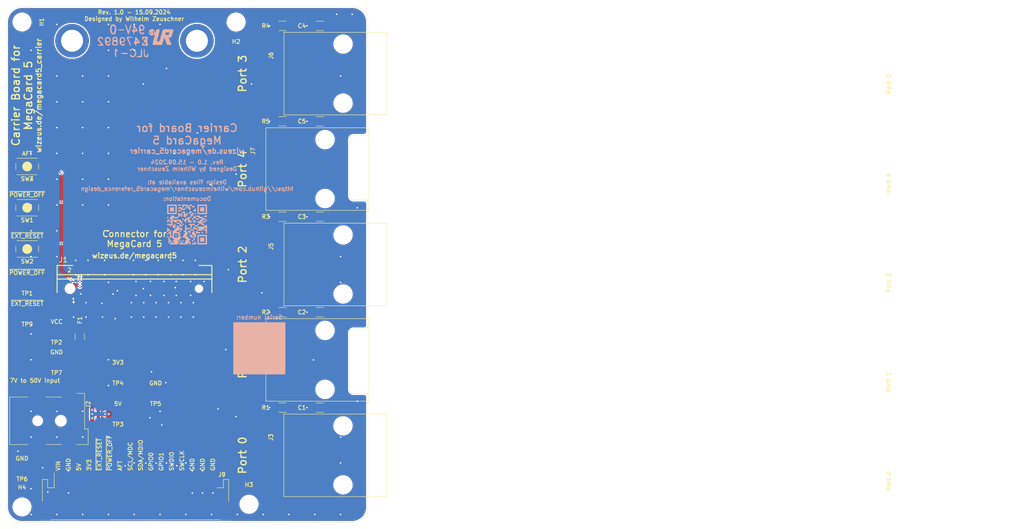
<source format=kicad_pcb>
(kicad_pcb (version 20240108) (generator "pcbnew") (generator_version "8.0")
  (title_block (title "MegaCard 5 Reference Design") (date "2024-09-14") (rev "1.0") (company "Wilhelm Zeuschner"))
  (layers (0 "F.Cu" signal) (1 "In1.Cu" signal) (2 "In2.Cu" signal) (31 "B.Cu" signal) (34 "B.Paste" user) (35 "F.Paste" user) (36 "B.SilkS" user "B.Silkscreen") (37 "F.SilkS" user "F.Silkscreen") (38 "B.Mask" user) (39 "F.Mask" user) (44 "Edge.Cuts" user))
  (net 0 "")
  (net 1 "GND")
  (net 2 "Net-(C1-Pad1)")
  (net 3 "Net-(C2-Pad1)")
  (net 4 "Net-(C3-Pad1)")
  (net 5 "Net-(C4-Pad1)")
  (net 6 "Net-(C5-Pad1)")
  (net 7 "VCC")
  (net 8 "/~{EXT_RESET}")
  (net 9 "/P1_RX-")
  (net 10 "/P4_RX+")
  (net 11 "/P0_TX-")
  (net 12 "+5V")
  (net 13 "/P2_RX-")
  (net 14 "/P1_TX+")
  (net 15 "/P3_RX-")
  (net 16 "/P2_RX+")
  (net 17 "/P3_RX+")
  (net 18 "/~{POWER_OFF}")
  (net 19 "/P3_TX-")
  (net 20 "/P1_TX-")
  (net 21 "/P4_TX+")
  (net 22 "/P4_TX-")
  (net 23 "/P0_TX+")
  (net 24 "/P0_RX+")
  (net 25 "/P3_TX+")
  (net 26 "/P2_TX+")
  (net 27 "/P1_RX+")
  (net 28 "/P2_TX-")
  (net 29 "/P4_RX-")
  (net 30 "+3.3V")
  (net 31 "/P0_RX-")
  (net 53 "/DBG_SWCLK")
  (net 54 "/SCL{slash}MDC")
  (net 55 "/DBG_SWDIO")
  (net 56 "/SDA{slash}MDIO")
  (net 57 "/AFT")
  (net 58 "/GPIO0")
  (net 59 "/GPIO1")
  (net 60 "VIN")
  (footprint "MegaCard5_footprints:5019" (layer "F.Cu") (at 64 89.6 180)
    (property "Reference" "TP9")
    (property "Value" "~{EXT_RESET}")
  )
  (footprint "MountingHole:MountingHole_3.2mm_M3_DIN965" (layer "F.Cu") (at 107 126.5)
    (property "Reference" "H3")
    (property "Value" "MH")
  )
  (footprint "MegaCard5_footprints:X2016WRS-16-9TSW" (layer "F.Cu") (at 85 125)
    (property "Reference" "J9")
    (property "Value" "X2016WRS-16-9TSW")
  )
  (footprint "Capacitor_SMD:C_1206_3216Metric" (layer "F.Cu") (at 120.75 52.25 180)
    (property "Reference" "C5")
    (property "Value" "1nF")
  )
  (footprint "MegaCard5_footprints:MegaCard_5" (layer "F.Cu") (at 84.8 84.6875)
    (property "Reference" "J1")
    (property "Value" "MegaCard 5")
  )
  (footprint "Resistor_SMD:R_1206_3216Metric" (layer "F.Cu") (at 113.5 70.75 180)
    (property "Reference" "R3")
    (property "Value" "1M")
  )
  (footprint "MegaCard5_footprints:MJ88-B211-JRS3" (layer "F.Cu") (at 113.77 80 -90)
    (property "Reference" "J5")
    (property "Value" "MJ88-B211-JRS3")
  )
  (footprint "Fuse:Fuse_1206_3216Metric" (layer "F.Cu") (at 74.2 94 90)
    (property "Reference" "F1")
    (property "Value" "2A")
  )
  (footprint "Resistor_SMD:R_1206_3216Metric" (layer "F.Cu") (at 113.5 52.25 180)
    (property "Reference" "R5")
    (property "Value" "1M")
  )
  (footprint "MegaCard5_footprints:5019" (layer "F.Cu") (at 88.9 105 180)
    (property "Reference" "TP5")
    (property "Value" "GND")
  )
  (footprint "MegaCard5_footprints:SMTSO2545CTJ" (layer "F.Cu") (at 96.9 36.6375)
    (property "Reference" "J13")
    (property "Value" "SMTSO2545CTJ")
  )
  (footprint "MegaCard5_footprints:5019" (layer "F.Cu") (at 69.7 93.1 180)
    (property "Reference" "TP2")
    (property "Value" "VCC")
  )
  (footprint "MegaCard5_footprints:SKRPACE010" (layer "F.Cu") (at 64 69 180)
    (property "Reference" "SW1")
    (property "Value" "~{POWER_OFF}")
  )
  (footprint "MegaCard5_footprints:DC-005-5A-2.0-SMT" (layer "F.Cu") (at 69.1 110.3 -90)
    (property "Reference" "J2")
    (property "Value" "7V to 50V input")
  )
  (footprint "Capacitor_SMD:C_1206_3216Metric" (layer "F.Cu") (at 120.75 70.75 180)
    (property "Reference" "C3")
    (property "Value" "1nF")
  )
  (footprint "MegaCard5_footprints:MJ88-B211-JRS3" (layer "F.Cu") (at 113.77 43 -90)
    (property "Reference" "J6")
    (property "Value" "MJ88-B211-JRS3")
  )
  (footprint "Capacitor_SMD:C_1206_3216Metric" (layer "F.Cu") (at 120.75 89.25 180)
    (property "Reference" "C2")
    (property "Value" "1nF")
  )
  (footprint "MegaCard5_footprints:MJ88-B211-JRS3" (layer "F.Cu") (at 113.75 117 -90)
    (property "Reference" "J3")
    (property "Value" "MJ88-B211-JRS3")
  )
  (footprint "MegaCard5_footprints:MJ88-B211-JRS3" (layer "F.Cu") (at 110.27 98.5 -90)
    (property "Reference" "J4")
    (property "Value" "MJ88-B211-JRS3")
  )
  (footprint "Capacitor_SMD:C_1206_3216Metric" (layer "F.Cu") (at 120.75 107.75 180)
    (property "Reference" "C1")
    (property "Value" "1nF")
  )
  (footprint "MegaCard5_footprints:5019" (layer "F.Cu") (at 64 83.6 180)
    (property "Reference" "TP1")
    (property "Value" "~{POWER_OFF}")
  )
  (footprint "MegaCard5_footprints:SKRPACE010" (layer "F.Cu") (at 64 61 180)
    (property "Reference" "SW3")
    (property "Value" "AFT")
  )
  (footprint "MountingHole:MountingHole_3.2mm_M3_DIN965" (layer "F.Cu") (at 63 127)
    (property "Reference" "H4")
    (property "Value" "MH")
  )
  (footprint "MegaCard5_footprints:MJ88-B211-JRS3" (layer "F.Cu") (at 110.27 61.5 -90)
    (property "Reference" "J7")
    (property "Value" "MJ88-B211-JRS3")
  )
  (footprint "Capacitor_SMD:C_1206_3216Metric" (layer "F.Cu") (at 120.75 33.75 180)
    (property "Reference" "C4")
    (property "Value" "1nF")
  )
  (footprint "MegaCard5_footprints:5019" (layer "F.Cu") (at 69.7 99 180)
    (property "Reference" "TP7")
    (property "Value" "GND")
  )
  (footprint "MegaCard5_footprints:SKRPACE010" (layer "F.Cu") (at 64 77 180)
    (property "Reference" "SW2")
    (property "Value" "~{EXT_RESET}")
  )
  (footprint "MegaCard5_footprints:SMTSO2545CTJ" (layer "F.Cu") (at 72.7 36.6375)
    (property "Reference" "J10")
    (property "Value" "SMTSO2545CTJ")
  )
  (footprint "MountingHole:MountingHole_3.2mm_M3_DIN965" (layer "F.Cu") (at 104.5 33 180)
    (property "Reference" "H2")
    (property "Value" "MH")
  )
  (footprint "Resistor_SMD:R_1206_3216Metric" (layer "F.Cu") (at 113.5 107.75 180)
    (property "Reference" "R1")
    (property "Value" "1M")
  )
  (footprint "MegaCard5_footprints:5019" (layer "F.Cu") (at 81.6 109 180)
    (property "Reference" "TP3")
    (property "Value" "5V")
  )
  (footprint "Resistor_SMD:R_1206_3216Metric" (layer "F.Cu") (at 113.5 33.75 180)
    (property "Reference" "R4")
    (property "Value" "1M")
  )
  (footprint "MountingHole:MountingHole_3.2mm_M3_DIN965" (layer "F.Cu") (at 63 33 -90)
    (property "Reference" "H1")
    (property "Value" "MH")
  )
  (footprint "MegaCard5_footprints:5019" (layer "F.Cu") (at 81.6 101 180)
    (property "Reference" "TP4")
    (property "Value" "3V3")
  )
  (footprint "MegaCard5_footprints:5019" (layer "F.Cu") (at 63 119.6 180)
    (property "Reference" "TP6")
    (property "Value" "GND")
  )
  (footprint "Resistor_SMD:R_1206_3216Metric" (layer "F.Cu") (at 113.5 89.25 180)
    (property "Reference" "R2")
    (property "Value" "1M")
  )
  (footprint "MegaCard5_footprints:qr_code_wizeus" (layer "B.Cu") (at 95 72.25 180)
    (property "Reference" "G***" (hide yes))
    (property "Value" "LOGO" (hide yes))
  )
  (footprint "MegaCard5_footprints:jlcpcb_UL_multilayer15x6.7mm" (layer "B.Cu") (at 85 36.6 180)
    (property "Reference" "G***" (hide yes))
    (property "Value" "LOGO" (hide yes))
  )
  (gr_rect (start 104 91.25) (end 114 101.25) (stroke (width 0.1)) (fill solid) (layer "B.SilkS"))
  (gr_arc (start 127.25 105.000001) (mid 126.719669 104.780331) (end 126.499999 104.25) (stroke (width 0.05)) (layer "Edge.Cuts"))
  (gr_arc (start 130.000001 91.75) (mid 129.780331 92.280331) (end 129.25 92.500001) (stroke (width 0.05)) (layer "Edge.Cuts"))
  (gr_line (start 127 30) (end 63 30) (stroke (width 0.05)) (layer "Edge.Cuts"))
  (gr_arc (start 60 33) (mid 60.87868 30.87868) (end 63 30) (stroke (width 0.05)) (layer "Edge.Cuts"))
  (gr_line (start 126.5 104.25) (end 126.5 93.25) (stroke (width 0.05)) (layer "Edge.Cuts"))
  (gr_line (start 127.25 92.5) (end 129.25 92.5) (stroke (width 0.05)) (layer "Edge.Cuts"))
  (gr_line (start 129.25 105.000001) (end 127.25 105.000001) (stroke (width 0.05)) (layer "Edge.Cuts"))
  (gr_line (start 130.000001 54.25) (end 130.000001 33) (stroke (width 0.05)) (layer "Edge.Cuts"))
  (gr_arc (start 62.999999 130.000001) (mid 60.878679 129.121321) (end 59.999999 127.000001) (stroke (width 0.05)) (layer "Edge.Cuts"))
  (gr_arc (start 127.25 67.500001) (mid 126.719669 67.280331) (end 126.499999 66.75) (stroke (width 0.05)) (layer "Edge.Cuts"))
  (gr_arc (start 129.249999 104.999999) (mid 129.78033 105.219669) (end 130 105.75) (stroke (width 0.05)) (layer "Edge.Cuts"))
  (gr_line (start 130 127) (end 130 105.75) (stroke (width 0.05)) (layer "Edge.Cuts"))
  (gr_line (start 62.999999 130.000001) (end 127 130.000001) (stroke (width 0.05)) (layer "Edge.Cuts"))
  (gr_arc (start 127 30) (mid 129.12132 30.87868) (end 130 33) (stroke (width 0.05)) (layer "Edge.Cuts"))
  (gr_arc (start 126.499999 55.75) (mid 126.719669 55.219669) (end 127.25 54.999999) (stroke (width 0.05)) (layer "Edge.Cuts"))
  (gr_arc (start 129.249999 67.499999) (mid 129.78033 67.719669) (end 130 68.25) (stroke (width 0.05)) (layer "Edge.Cuts"))
  (gr_line (start 130 91.75) (end 130 68.25) (stroke (width 0.05)) (layer "Edge.Cuts"))
  (gr_arc (start 130 127) (mid 129.12132 129.12132) (end 127 130) (stroke (width 0.05)) (layer "Edge.Cuts"))
  (gr_line (start 126.5 66.75) (end 126.5 55.75) (stroke (width 0.05)) (layer "Edge.Cuts"))
  (gr_line (start 60 33) (end 60 127.000001) (stroke (width 0.05)) (layer "Edge.Cuts"))
  (gr_line (start 129.25 67.500001) (end 127.25 67.500001) (stroke (width 0.05)) (layer "Edge.Cuts"))
  (gr_line (start 127.25 55) (end 129.25 55) (stroke (width 0.05)) (layer "Edge.Cuts"))
  (gr_arc (start 130.000001 54.25) (mid 129.780331 54.780331) (end 129.25 55.000001) (stroke (width 0.05)) (layer "Edge.Cuts"))
  (gr_arc (start 126.499999 93.25) (mid 126.719669 92.719669) (end 127.25 92.499999) (stroke (width 0.05)) (layer "Edge.Cuts"))
  (gr_text "Carrier Board for\nMegaCard 5" (at 95 54.75 0) (layer "B.SilkS") (effects (font (size 1.5 1.5) (thickness 0.25) (bold yes)) (justify mirror)))
  (gr_text "wizeus.de/megacard5_carrier" (at 95 58 0) (layer "B.SilkS") (effects (font (size 1 1) (thickness 0.2) (bold yes)) (justify mirror)))
  (gr_text "Rev. 1.0 - 15.09.2024\nDesigned by Wilhelm Zeuschner\n\nDesign files available at:\nhttps://github.com/wilhelmzeuschner/megacard5_reference_design" (at 95 62.75 0) (layer "B.SilkS") (effects (font (size 0.8 0.8) (thickness 0.15) (bold yes)) (justify mirror)))
  (gr_text "Serial number:" (at 109 90.25 0) (layer "B.SilkS") (effects (font (size 0.8 0.8) (thickness 0.15) (bold yes)) (justify mirror)))
  (gr_text "Documentation:" (at 95 67.25 0) (layer "B.SilkS") (effects (font (size 0.8 0.8) (thickness 0.15) (bold yes)) (justify mirror)))
  (gr_text "Port 3" (at 105.75 43 90) (layer "F.SilkS") (effects (font (size 1.5 1.5) (thickness 0.25) (bold yes))))
  (gr_text "~{POWER_OFF}" (at 80 120.1 90) (layer "F.SilkS") (effects (font (size 0.8 0.8) (thickness 0.15) (bold yes)) (justify left)))
  (gr_text "AFT" (at 82 120.1 90) (layer "F.SilkS") (effects (font (size 0.8 0.8) (thickness 0.15) (bold yes)) (justify left)))
  (gr_text "Rev. 1.0 - 15.09.2024\nDesigned by Wilhelm Zeuschner" (at 84.75 31.75 0) (layer "F.SilkS") (effects (font (size 0.8 0.8) (thickness 0.15) (bold yes))))
  (gr_text "Port 4" (at 231 64.2 90) (layer "F.SilkS") (effects (font (size 0.8 0.8) (thickness 0.15) (bold yes))))
  (gr_text "Port 0" (at 231 122 90) (layer "F.SilkS") (effects (font (size 0.8 0.8) (thickness 0.15) (bold yes))))
  (gr_text "Port 2" (at 105.75 80 90) (layer "F.SilkS") (effects (font (size 1.5 1.5) (thickness 0.25) (bold yes))))
  (gr_text "Port 3" (at 231 45 90) (layer "F.SilkS") (effects (font (size 0.8 0.8) (thickness 0.15) (bold yes))))
  (gr_text "Port 4" (at 105.75 61.5 90) (layer "F.SilkS") (effects (font (size 1.5 1.5) (thickness 0.25) (bold yes))))
  (gr_text "GND" (at 98 120.1 90) (layer "F.SilkS") (effects (font (size 0.8 0.8) (thickness 0.15) (bold yes)) (justify left)))
  (gr_text "5V" (at 74 120.1 90) (layer "F.SilkS") (effects (font (size 0.8 0.8) (thickness 0.15) (bold yes)) (justify left)))
  (gr_text "Port 2" (at 231 83.55 90) (layer "F.SilkS") (effects (font (size 0.8 0.8) (thickness 0.15) (bold yes))))
  (gr_text "~{EXT_RESET}" (at 78 120.1 90) (layer "F.SilkS") (effects (font (size 0.8 0.8) (thickness 0.15) (bold yes)) (justify left)))
  (gr_text "SWCLK" (at 94 120.1 90) (layer "F.SilkS") (effects (font (size 0.8 0.8) (thickness 0.15) (bold yes)) (justify left)))
  (gr_text "GND" (at 96 120.1 90) (layer "F.SilkS") (effects (font (size 0.8 0.8) (thickness 0.15) (bold yes)) (justify left)))
  (gr_text "Port 1" (at 105.75 98.5 90) (layer "F.SilkS") (effects (font (size 1.5 1.5) (thickness 0.25) (bold yes))))
  (gr_text "Carrier Board for\nMegaCard 5" (at 63 47.25 90) (layer "F.SilkS") (effects (font (size 1.5 1.5) (thickness 0.25) (bold yes))))
  (gr_text "GPIO1" (at 90 120.1 90) (layer "F.SilkS") (effects (font (size 0.8 0.8) (thickness 0.15) (bold yes)) (justify left)))
  (gr_text "Port 0" (at 105.75 117 90) (layer "F.SilkS") (effects (font (size 1.5 1.5) (thickness 0.25) (bold yes))))
  (gr_text "GND" (at 72 120.1 90) (layer "F.SilkS") (effects (font (size 0.8 0.8) (thickness 0.15) (bold yes)) (justify left)))
  (gr_text "wizeus.de/megacard5_carrier" (at 66.25 47.25 90) (layer "F.SilkS") (effects (font (size 1 1) (thickness 0.2) (bold yes))))
  (gr_text "3V3" (at 76 120.1 90) (layer "F.SilkS") (effects (font (size 0.8 0.8) (thickness 0.15) (bold yes)) (justify left)))
  (gr_text "SWDIO" (at 92 120.1 90) (layer "F.SilkS") (effects (font (size 0.8 0.8) (thickness 0.15) (bold yes)) (justify left)))
  (gr_text "VIN" (at 70 120.1 90) (layer "F.SilkS") (effects (font (size 0.8 0.8) (thickness 0.15) (bold yes)) (justify left)))
  (gr_text "GND" (at 100 120.1 90) (layer "F.SilkS") (effects (font (size 0.8 0.8) (thickness 0.15) (bold yes)) (justify left)))
  (gr_text "SDA/MDIO" (at 86 120.1 90) (layer "F.SilkS") (effects (font (size 0.8 0.8) (thickness 0.15) (bold yes)) (justify left)))
  (gr_text "SCL/MDC" (at 84 120.1 90) (layer "F.SilkS") (effects (font (size 0.8 0.8) (thickness 0.15) (bold yes)) (justify left)))
  (gr_text "Port 1" (at 231 102.8 90) (layer "F.SilkS") (effects (font (size 0.8 0.8) (thickness 0.15) (bold yes))))
  (gr_text "GPIO0" (at 88 120.1 90) (layer "F.SilkS") (effects (font (size 0.8 0.8) (thickness 0.15) (bold yes)) (justify left)))
  (segment (start 75.8 82) (end 75.8 79.2) (width 0.6) (layer "F.Cu") (net 1))
  (segment (start 84.6 82) (end 84.6 79.2) (width 0.6) (layer "F.Cu") (net 1))
  (segment (start 100 122.15) (end 100 124.300022) (width 0.6) (layer "F.Cu") (net 1))
  (segment (start 75.4 87.4) (end 75.4 90.2) (width 0.6) (layer "F.Cu") (net 1))
  (segment (start 91.4 87.4) (end 91.4 90.2) (width 0.6) (layer "F.Cu") (net 1))
  (segment (start 118.2375 70.75) (end 119.275 70.75) (width 0.6) (layer "F.Cu") (net 1))
  (segment (start 98 122.15) (end 98 124.300022) (width 0.6) (layer "F.Cu") (net 1))
  (segment (start 98 122.15) (end 98 119.999978) (width 0.6) (layer "F.Cu") (net 1))
  (segment (start 96.2 87.4) (end 96.2 90.2) (width 0.6) (layer "F.Cu") (net 1))
  (segment (start 118.2375 52.25) (end 119.275 52.25) (width 0.6) (layer "F.Cu") (net 1))
  (segment (start 72 122.15) (end 72 119.999978) (width 0.6) (layer "F.Cu") (net 1))
  (segment (start 111 89.25) (end 112.0375 89.25) (width 0.6) (layer "F.Cu") (net 1))
  (segment (start 111 33.75) (end 112.0375 33.75) (width 0.6) (layer "F.Cu") (net 1))
  (segment (start 86.6 87.4) (end 86.6 90.2) (width 0.6) (layer "F.Cu") (net 1))
  (segment (start 118.2375 107.75) (end 119.275 107.75) (width 0.6) (layer "F.Cu") (net 1))
  (segment (start 87 79.2) (end 87 82) (width 0.6) (layer "F.Cu") (net 1))
  (segment (start 111 70.75) (end 112.0375 70.75) (width 0.6) (layer "F.Cu") (net 1))
  (segment (start 73 87.4) (end 73 90.2) (width 0.6) (layer "F.Cu") (net 1))
  (segment (start 78.6 90.2) (end 78.6 87.632488) (width 0.6) (layer "F.Cu") (net 1))
  (segment (start 111 52.25) (end 112.0375 52.25) (width 0.6) (layer "F.Cu") (net 1))
  (segment (start 96.6 79.2) (end 96.6 82) (width 0.6) (layer "F.Cu") (net 1))
  (segment (start 89 87.4) (end 89 90.2) (width 0.6) (layer "F.Cu") (net 1))
  (segment (start 94.2 79.2) (end 94.2 82) (width 0.6) (layer "F.Cu") (net 1))
  (segment (start 78.6 87.632488) (end 78.483756 87.516244) (width 0.6) (layer "F.Cu") (net 1))
  (segment (start 118.2375 33.75) (end 119.275 33.75) (width 0.6) (layer "F.Cu") (net 1))
  (segment (start 84.2 90.2) (end 84.2 87.4) (width 0.6) (layer "F.Cu") (net 1))
  (segment (start 93.8 87.400002) (end 93.8 90.200002) (width 0.6) (layer "F.Cu") (net 1))
  (segment (start 111 107.75) (end 112.0375 107.75) (width 0.6) (layer "F.Cu") (net 1))
  (segment (start 96 122.15) (end 96 119.999978) (width 0.6) (layer "F.Cu") (net 1))
  (segment (start 79 82) (end 79 79.2) (width 0.6) (layer "F.Cu") (net 1))
  (segment (start 118.2375 89.25) (end 119.275 89.25) (width 0.6) (layer "F.Cu") (net 1))
  (segment (start 89.4 79.2) (end 89.4 82) (width 0.6) (layer "F.Cu") (net 1))
  (segment (start 96 122.15) (end 96 124.300022) (width 0.6) (layer "F.Cu") (net 1))
  (segment (start 73.4 82) (end 73.4 79.2) (width 0.6) (layer "F.Cu") (net 1))
  (segment (start 72 122.15) (end 72 124.300022) (width 0.6) (layer "F.Cu") (net 1))
  (segment (start 91.8 79.2) (end 91.8 82) (width 0.6) (layer "F.Cu") (net 1))
  (via (at 128 69) (size 0.45) (drill 0.3) (layers "F.Cu" "B.Cu") (net 1))
  (via (at 64.75 78.46875) (size 0.45) (drill 0.3) (layers "F.Cu" "B.Cu") (net 1))
  (via (at 119.5 98.5) (size 0.45) (drill 0.3) (layers "F.Cu" "B.Cu") (net 1))
  (via (at 114.75 128.46875) (size 0.45) (drill 0.3) (layers "F.Cu" "B.Cu") (net 1))
  (via (at 97 54.5) (size 0.45) (drill 0.3) (layers "F.Cu" "B.Cu") (net 1))
  (via (at 91 118.5) (size 0.45) (drill 0.3) (layers "F.Cu" "B.Cu") (net 1))
  (via (at 85.1 83.2875) (size 0.45) (drill 0.3) (layers "F.Cu" "B.Cu") (net 1))
  (via (at 118.2375 107.75) (size 0.45) (drill 0.3) (layers "F.Cu" "B.Cu") (net 1))
  (via (at 64.75 53.46875) (size 0.45) (drill 0.3) (layers "F.Cu" "B.Cu") (net 1))
  (via (at 94.2 79.2) (size 0.45) (drill 0.3) (layers "F.Cu" "B.Cu") (net 1))
  (via (at 64.75 113.46875) (size 0.45) (drill 0.3) (layers "F.Cu" "B.Cu") (net 1))
  (via (at 91.8 82) (size 0.45) (drill 0.3) (layers "F.Cu" "B.Cu") (net 1))
  (via (at 111 107.75) (size 0.45) (drill 0.3) (layers "F.Cu" "B.Cu") (net 1))
  (via (at 80.6425 85.741394) (size 0.45) (drill 0.3) (layers "F.Cu" "B.Cu") (net 1))
  (via (at 74.75 48.46875) (size 0.45) (drill 0.3) (layers "F.Cu" "B.Cu") (net 1))
  (via (at 69.75 33.46875) (size 0.45) (drill 0.3) (layers "F.Cu" "B.Cu") (net 1))
  (via (at 94.2 82) (size 0.45) (drill 0.3) (layers "F.Cu" "B.Cu") (net 1))
  (via (at 124 31.5) (size 0.45) (drill 0.3) (layers "F.Cu" "B.Cu") (net 1))
  (via (at 92.9 86) (size 0.45) (drill 0.3) (layers "F.Cu" "B.Cu") (net 1))
  (via (at 64.75 58.46875) (size 0.45) (drill 0.3) (layers "F.Cu" "B.Cu") (net 1))
  (via (at 79.75 58.46875) (size 0.45) (drill 0.3) (layers "F.Cu" "B.Cu") (net 1))
  (via (at 124.75 43.46875) (size 0.45) (drill 0.3) (layers "F.Cu" "B.Cu") (net 1))
  (via (at 99.75 128.46875) (size 0.45) (drill 0.3) (layers "F.Cu" "B.Cu") (net 1))
  (via (at 90.5 86) (size 0.45) (drill 0.3) (layers "F.Cu" "B.Cu") (net 1))
  (via (at 103 81) (size 0.45) (drill 0.3) (layers "F.Cu" "B.Cu") (net 1))
  (via (at 96.2 90.2) (size 0.45) (drill 0.3) (layers "F.Cu" "B.Cu") (net 1))
  (via (at 64.75 128.46875) (size 0.45) (drill 0.3) (layers "F.Cu" "B.Cu") (net 1))
  (via (at 79.75 73.46875) (size 0.45) (drill 0.3) (layers "F.Cu" "B.Cu") (net 1))
  (via (at 93.8 87.400002) (size 0.45) (drill 0.3) (layers "F.Cu" "B.Cu") (net 1))
  (via (at 64.75 43.46875) (size 0.45) (drill 0.3) (layers "F.Cu" "B.Cu") (net 1))
  (via (at 87 79.2) (size 0.45) (drill 0.3) (layers "F.Cu" "B.Cu") (net 1))
  (via (at 81.0585 90.4875) (size 0.45) (drill 0.3) (layers "F.Cu" "B.Cu") (net 1))
  (via (at 79.75 83.46875) (size 0.45) (drill 0.3) (layers "F.Cu" "B.Cu") (net 1))
  (via (at 89 90.2) (size 0.45) (drill 0.3) (layers "F.Cu" "B.Cu") (net 1))
  (via (at 89.75 33.46875) (size 0.45) (drill 0.3) (layers "F.Cu" "B.Cu") (net 1))
  (via (at 84.75 118.46875) (size 0.45) (drill 0.3) (layers "F.Cu" "B.Cu") (net 1))
  (via (at 89 118.5) (size 0.45) (drill 0.3) (layers "F.Cu" "B.Cu") (net 1))
  (via (at 89.75 108.46875) (size 0.45) (drill 0.3) (layers "F.Cu" "B.Cu") (net 1))
  (via (at 111 70.75) (size 0.45) (drill 0.3) (layers "F.Cu" "B.Cu") (net 1))
  (via (at 79.75 128.46875) (size 0.45) (drill 0.3) (layers "F.Cu" "B.Cu") (net 1))
  (via (at 79.75 98.46875) (size 0.45) (drill 0.3) (layers "F.Cu" "B.Cu") (net 1))
  (via (at 91 42) (size 0.45) (drill 0.3) (layers "F.Cu" "B.Cu") (net 1))
  (via (at 72 124.300022) (size 0.45) (drill 0.3) (layers "F.Cu" "B.Cu") (net 1))
  (via (at 62.2 116.2) (size 0.45) (drill 0.3) (layers "F.Cu" "B.Cu") (net 1))
  (via (at 74.75 108.46875) (size 0.45) (drill 0.3) (layers "F.Cu" "B.Cu") (net 1))
  (via (at 96.2 87.4) (size 0.45) (drill 0.3) (layers "F.Cu" "B.Cu") (net 1))
  (via (at 87.9 83.2875) (size 0.45) (drill 0.3) (layers "F.Cu" "B.Cu") (net 1))
  (via (at 118.2375 52.25) (size 0.45) (drill 0.3) (layers "F.Cu" "B.Cu") (net 1))
  (via (at 87 82) (size 0.45) (drill 0.3) (layers "F.Cu" "B.Cu") (net 1))
  (via (at 86.5 45) (size 0.45) (drill 0.3) (layers "F.Cu" "B.Cu") (net 1))
  (via (at 69.75 43.46875) (size 0.45) (drill 0.3) (layers "F.Cu" "B.Cu") (net 1))
  (via (at 96 119.999978) (size 0.45) (drill 0.3) (layers "F.Cu" "B.Cu") (net 1))
  (via (at 64.75 93.46875) (size 0.45) (drill 0.3) (layers "F.Cu" "B.Cu") (net 1))
  (via (at 73 87.4) (size 0.45) (drill 0.3) (layers "F.Cu" "B.Cu") (net 1))
  (via (at 96 124.300022) (size 0.45) (drill 0.3) (layers "F.Cu" "B.Cu") (net 1))
  (via (at 79.75 43.46875) (size 0.45) (drill 0.3) (layers "F.Cu" "B.Cu") (net 1))
  (via (at 79 82) (size 0.45) (drill 0.3) (layers "F.Cu" "B.Cu") (net 1))
  (via (at 89.4 79.2) (size 0.45) (drill 0.3) (layers "F.Cu" "B.Cu") (net 1))
  (via (at 111 33.75) (size 0.45) (drill 0.3) (layers "F.Cu" "B.Cu") (net 1))
  (via (at 85.1 86) (size 0.45) (drill 0.3) (layers "F.Cu" "B.Cu") (net 1))
  (via (at 79 79.2) (size 0.45) (drill 0.3) (layers "F.Cu" "B.Cu") (net 1))
  (via (at 118.2375 89.25) (size 0.45) (drill 0.3) (layers "F.Cu" "B.Cu") (net 1))
  (via (at 89.4 82) (size 0.45) (drill 0.3) (layers "F.Cu" "B.Cu") (net 1))
  (via (at 81.5 85.1) (size 0.45) (drill 0.3) (layers "F.Cu" "B.Cu") (net 1))
  (via (at 87.9 86) (size 0.45) (drill 0.3) (layers "F.Cu" "B.Cu") (net 1))
  (via (at 79.75 103.46875) (size 0.45) (drill 0.3) (layers "F.Cu" "B.Cu") (net 1))
  (via (at 69.75 63.46875) (size 0.45) (drill 0.3) (layers "F.Cu" "B.Cu") (net 1))
  (via (at 111 89.25) (size 0.45) (drill 0.3) (layers "F.Cu" "B.Cu") (net 1))
  (via (at 95.7 86) (size 0.45) (drill 0.3) (layers "F.Cu" "B.Cu") (net 1))
  (via (at 89 87.4) (size 0.45) (drill 0.3) (layers "F.Cu" "B.Cu") (net 1))
  (via (at 79.75 68.46875) (size 0.45) (drill 0.3) (layers "F.Cu" "B.Cu") (net 1))
  (via (at 109.5 85.5) (size 0.45) (drill 0.3) (layers "F.Cu" "B.Cu") (net 1))
  (via (at 99.5 64.5) (size 0.45) (drill 0.3) (layers "F.Cu" "B.Cu") (net 1))
  (via (at 93 119) (size 0.45) (drill 0.3) (layers "F.Cu" "B.Cu") (net 1))
  (via (at 64.75 48.46875) (size 0.45) (drill 0.3) (layers "F.Cu" "B.Cu") (net 1))
  (via (at 128 106.5) (size 0.45) (drill 0.3) (layers "F.Cu" "B.Cu") (net 1))
  (via (at 69.75 128.46875) (size 0.45) (drill 0.3) (layers "F.Cu" "B.Cu") (net 1))
  (via (at 87 118.5) (size 0.45) (drill 0.3) (layers "F.Cu" "B.Cu") (net 1))
  (via (at 98 119.999978) (size 0.45) (drill 0.3) (layers "F.Cu" "B.Cu") (net 1))
  (via (at 91.4 90.2) (size 0.45) (drill 0.3) (layers "F.Cu" "B.Cu") (net 1))
  (via (at 104.5 62.5) (size 0.45) (drill 0.3) (layers "F.Cu" "B.Cu") (net 1))
  (via (at 124.75 118.46875) (size 0.45) (drill 0.3) (layers "F.Cu" "B.Cu") (net 1))
  (via (at 79.75 53.46875) (size 0.45) (drill 0.3) (layers "F.Cu" "B.Cu") (net 1))
  (via (at 68 124.1) (size 0.45) (drill 0.3) (layers "F.Cu" "B.Cu") (net 1))
  (via (at 93.8 90.200002) (size 0.45) (drill 0.3) (layers "F.Cu" "B.Cu") (net 1))
  (via (at 91.8 79.2) (size 0.45) (drill 0.3) (layers "F.Cu" "B.Cu") (net 1))
  (via (at 118.2375 70.75) (size 0.45) (drill 0.3) (layers "F.Cu" "B.Cu") (net 1))
  (via (at 119.75 128.46875) (size 0.45) (drill 0.3) (layers "F.Cu" "B.Cu") (net 1))
  (via (at 73.4 79.2) (size 0.45) (drill 0.3) (layers "F.Cu" "B.Cu") (net 1))
  (via (at 88.1 100.8) (size 0.45) (drill 0.3) (layers "F.Cu" "B.Cu") (net 1))
  (via (at 86.6 90.2) (size 0.45) (drill 0.3) (layers "F.Cu" "B.Cu") (net 1))
  (via (at 111 52.25) (size 0.45) (drill 0.3) (layers "F.Cu" "B.Cu") (net 1))
  (via (at 74.75 43.46875) (size 0.45) (drill 0.3) (layers "F.Cu" "B.Cu") (net 1))
  (via (at 69.75 53.46875) (size 0.45) (drill 0.3) (layers "F.Cu" "B.Cu") (net 1))
  (via (at 75.4 90.2) (size 0.45) (drill 0.3) (layers "F.Cu" "B.Cu") (net 1))
  (via (at 64.75 98.46875) (size 0.45) (drill 0.3) (layers "F.Cu" "B.Cu") (net 1))
  (via (at 74.75 68.46875) (size 0.45) (drill 0.3) (layers "F.Cu" "B.Cu") (net 1))
  (via (at 107.5 45) (size 0.45) (drill 0.3) (layers "F.Cu" "B.Cu") (net 1))
  (via (at 87.8 109.7) (size 0.45) (drill 0.3) (layers "F.Cu" "B.Cu") (net 1))
  (via (at 79.75 48.46875) (size 0.45) (drill 0.3) (layers "F.Cu" "B.Cu") (net 1))
  (via (at 64.75 63.46875) (size 0.45) (drill 0.3) (layers "F.Cu" "B.Cu") (net 1))
  (via (at 69.75 113.46875) (size 0.45) (drill 0.3) (layers "F.Cu" "B.Cu") (net 1))
  (via (at 92.5 58.5) (size 0.45) (drill 0.3) (layers "F.Cu" "B.Cu") (net 1))
  (via (at 69.75 58.46875) (size 0.45) (drill 0.3) (layers "F.Cu" "B.Cu") (net 1))
  (via (at 95.7 83.2875) (size 0.45) (drill 0.3) (layers "F.Cu" "B.Cu") (net 1))
  (via (at 84.6 79.2) (size 0.45) (drill 0.3) (layers "F.Cu" "B.Cu") (net 1))
  (via (at 100 124.300022) (size 0.45) (drill 0.3) (layers "F.Cu" "B.Cu") (net 1))
  (via (at 84.75 33.46875) (size 0.45) (drill 0.3) (layers "F.Cu" "B.Cu") (net 1))
  (via (at 86.6 87.4) (size 0.45) (drill 0.3) (layers "F.Cu" "B.Cu") (net 1))
  (via (at 79.75 113.46875) (size 0.45) (drill 0.3) (layers "F.Cu" "B.Cu") (net 1))
  (via (at 84.75 128.46875) (size 0.45) (drill 0.3) (layers "F.Cu" "B.Cu") (net 1))
  (via (at 74.4 85.7) (size 0.45) (drill 0.3) (layers "F.Cu" "B.Cu") (net 1))
  (via (at 124.75 128.46875) (size 0.45) (drill 0.3) (layers "F.Cu" "B.Cu") (net 1))
  (via (at 84.75 38.46875) (size 0.45) (drill 0.3) (layers "F.Cu" "B.Cu") (net 1))
  (via (at 69.75 108.46875) (size 0.45) (drill 0.3) (layers "F.Cu" "B.Cu") (net 1))
  (via (at 98 124.300022) (size 0.45) (drill 0.3) (layers "F.Cu" "B.Cu") (net 1))
  (via (at 74.75 53.46875) (size 0.45) (drill 0.3) (layers "F.Cu" "B.Cu") (net 1))
  (via (at 78.6 90.2) (size 0.45) (drill 0.3) (layers "F.Cu" "B.Cu") (net 1))
  (via (at 109.75 128.46875) (size 0.45) (drill 0.3) (layers "F.Cu" "B.Cu") (net 1))
  (via (at 64.75 108.46875) (size 0.45) (drill 0.3) (layers "F.Cu" "B.Cu") (net 1))
  (via (at 90.5 83.2875) (size 0.45) (drill 0.3) (layers "F.Cu" "B.Cu") (net 1))
  (via (at 124.75 83.46875) (size 0.45) (drill 0.3) (layers "F.Cu" "B.Cu") (net 1))
  (via (at 64.75 68.46875) (size 0.45) (drill 0.3) (layers "F.Cu" "B.Cu") (net 1))
  (via (at 69.75 73.46875) (size 0.45) (drill 0.3) (layers "F.Cu" "B.Cu") (net 1))
  (via (at 74.75 113.46875) (size 0.45) (drill 0.3) (layers "F.Cu" "B.Cu") (net 1))
  (via (at 73 90.2) (size 0.45) (drill 0.3) (layers "F.Cu" "B.Cu") (net 1))
  (via (at 79.75 63.46875) (size 0.45) (drill 0.3) (layers "F.Cu" "B.Cu") (net 1))
  (via (at 86.5 84.6875) (size 0.45) (drill 0.3) (layers "F.Cu" "B.Cu") (net 1))
  (via (at 101 108) (size 0.45) (drill 0.3) (layers "F.Cu" "B.Cu") (net 1))
  (via (at 69.75 78.46875) (size 0.45) (drill 0.3) (layers "F.Cu" "B.Cu") (net 1))
  (via (at 64.75 123.46875) (size 0.45) (drill 0.3) (layers "F.Cu" "B.Cu") (net 1))
  (via (at 67 119.4) (size 0.45) (drill 0.3) (layers "F.Cu" "B.Cu") (net 1))
  (via (at 75.4 87.4) (size 0.45) (drill 0.3) (layers "F.Cu" "B.Cu") (net 1))
  (via (at 74.75 128.46875) (size 0.45) (drill 0.3) (layers "F.Cu" "B.Cu") (net 1))
  (via (at 90.1 111.1) (size 0.45) (drill 0.3) (layers "F.Cu" "B.Cu") (net 1))
  (via (at 98.3 83.2875) (size 0.45) (drill 0.3) (layers "F.Cu" "B.Cu") (net 1))
  (via (at 84.2 87.4) (size 0.45) (drill 0.3) (layers "F.Cu" "B.Cu") (net 1))
  (via (at 69.75 68.46875) (size 0.45) (drill 0.3) (layers "F.Cu" "B.Cu") (net 1))
  (via (at 64.75 38.46875) (size 0.45) (drill 0.3) (layers "F.Cu" "B.Cu") (net 1))
  (via (at 104.5 109.5) (size 0.45) (drill 0.3) (layers "F.Cu" "B.Cu") (net 1))
  (via (at 94.75 128.46875) (size 0.45) (drill 0.3) (layers "F.Cu" "B.Cu") (net 1))
  (via (at 94.75 118.46875) (size 0.45) (drill 0.3) (layers "F.Cu" "B.Cu") (net 1))
  (via (at 64.75 73.46875) (size 0.45) (drill 0.3) (layers "F.Cu" "B.Cu") (net 1))
  (via (at 124.75 78.46875) (size 0.45) (drill 0.3) (layers "F.Cu" "B.Cu") (net 1))
  (via (at 92.7 84.4875) (size 0.45) (drill 0.3) (layers "F.Cu" "B.Cu") (net 1))
  (via (at 74.75 63.46875) (size 0.45) (drill 0.3) (layers "F.Cu" "B.Cu") (net 1))
  (via (at 96.6 82) (size 0.45) (drill 0.3) (layers "F.Cu" "B.Cu") (net 1))
  (via (at 84.2 90.2) (size 0.45) (drill 0.3) (layers "F.Cu" "B.Cu") (net 1))
  (via (at 96.6 79.2) (size 0.45) (drill 0.3) (layers "F.Cu" "B.Cu") (net 1))
  (via (at 102.5 96.5) (size 0.45) (drill 0.3) (layers "F.Cu" "B.Cu") (net 1))
  (via (at 69.75 48.46875) (size 0.45) (drill 0.3) (layers "F.Cu" "B.Cu") (net 1))
  (via (at 90.9 102.9) (size 0.45) (drill 0.3) (layers "F.Cu" "B.Cu") (net 1))
  (via (at 84.6 82) (size 0.45) (drill 0.3) (layers "F.Cu" "B.Cu") (net 1))
  (via (at 124.75 113.46875) (size 0.45) (drill 0.3) (layers "F.Cu" "B.Cu") (net 1))
  (via (at 118.2375 33.75) (size 0.45) (drill 0.3) (layers "F.Cu" "B.Cu") (net 1))
  (via (at 92.9 83.2875) (size 0.45) (drill 0.3) (layers "F.Cu" "B.Cu") (net 1))
  (via (at 73.4 82) (size 0.45) (drill 0.3) (layers "F.Cu" "B.Cu") (net 1))
  (via (at 72 119.999978) (size 0.45) (drill 0.3) (layers "F.Cu" "B.Cu") (net 1))
  (via (at 78.483756 87.516244) (size 0.45) (drill 0.3) (layers "F.Cu" "B.Cu") (net 1))
  (via (at 89.75 128.46875) (size 0.45) (drill 0.3) (layers "F.Cu" "B.Cu") (net 1))
  (via (at 75.8 82) (size 0.45) (drill 0.3) (layers "F.Cu" "B.Cu") (net 1))
  (via (at 83 119) (size 0.45) (drill 0.3) (layers "F.Cu" "B.Cu") (net 1))
  (via (at 104.75 128.46875) (size 0.45) (drill 0.3) (layers "F.Cu" "B.Cu") (net 1))
  (via (at 91.4 87.4) (size 0.45) (drill 0.3) (layers "F.Cu" "B.Cu") (net 1))
  (via (at 79.75 33.46875) (size 0.45) (drill 0.3) (layers "F.Cu" "B.Cu") (net 1))
  (via (at 79.75 38.46875) (size 0.45) (drill 0.3) (layers "F.Cu" "B.Cu") (net 1))
  (via (at 75.8 79.2) (size 0.45) (drill 0.3) (layers "F.Cu" "B.Cu") (net 1))
  (via (at 74.75 58.46875) (size 0.45) (drill 0.3) (layers "F.Cu" "B.Cu") (net 1))
  (via (at 127 31.5) (size 0.45) (drill 0.3) (layers "F.Cu" "B.Cu") (net 1))
  (segment (start 122.225 108.65) (end 122.481 108.906) (width 1) (layer "F.Cu") (net 2))
  (segment (start 122.225 107.75) (end 122.225 108.65) (width 1) (layer "F.Cu") (net 2))
  (segment (start 116.4895 109.277) (end 114.9625 107.75) (width 1) (layer "F.Cu") (net 2))
  (segment (start 122.481 108.906) (end 128.189 108.906) (width 1) (layer "F.Cu") (net 2))
  (segment (start 122.11 109.277) (end 116.4895 109.277) (width 1) (layer "F.Cu") (net 2))
  (segment (start 128.27 125.175) (end 128.27 108.825) (width 1) (layer "F.Cu") (net 2))
  (segment (start 122.481 108.906) (end 122.11 109.277) (width 1) (layer "F.Cu") (net 2))
  (segment (start 128.189 108.906) (end 128.27 108.825) (width 1) (layer "F.Cu") (net 2))
  (segment (start 116.9625 91.25) (end 119.910586 91.25) (width 1) (layer "F.Cu") (net 3))
  (segment (start 123.715 89.25) (end 124.79 90.325) (width 1) (layer "F.Cu") (net 3))
  (segment (start 119.910586 91.25) (end 121.910586 89.25) (width 1) (layer "F.Cu") (net 3))
  (segment (start 124.79 106.675) (end 124.79 90.325) (width 1) (layer "F.Cu") (net 3))
  (segment (start 121.910586 89.25) (end 122.225 89.25) (width 1) (layer "F.Cu") (net 3))
  (segment (start 122.225 89.25) (end 123.715 89.25) (width 1) (layer "F.Cu") (net 3))
  (segment (start 114.9625 89.25) (end 116.9625 91.25) (width 1) (layer "F.Cu") (net 3))
  (segment (start 122.225 71.65) (end 122.481 71.906) (width 1) (layer "F.Cu") (net 4))
  (segment (start 128.29 88.175) (end 128.29 71.825) (width 1) (layer "F.Cu") (net 4))
  (segment (start 128.209 71.906) (end 128.29 71.825) (width 1) (layer "F.Cu") (net 4))
  (segment (start 122.481 71.906) (end 122.11 72.277) (width 1) (layer "F.Cu") (net 4))
  (segment (start 122.225 70.75) (end 122.225 71.65) (width 1) (layer "F.Cu") (net 4))
  (segment (start 122.11 72.277) (end 116.4895 72.277) (width 1) (layer "F.Cu") (net 4))
  (segment (start 116.4895 72.277) (end 114.9625 70.75) (width 1) (layer "F.Cu") (net 4))
  (segment (start 122.481 71.906) (end 128.209 71.906) (width 1) (layer "F.Cu") (net 4))
  (segment (start 127.215 33.75) (end 128.29 34.825) (width 1) (layer "F.Cu") (net 5))
  (segment (start 116.4895 32.223) (end 120.698 32.223) (width 1) (layer "F.Cu") (net 5))
  (segment (start 128.29 51.175) (end 128.29 34.825) (width 1) (layer "F.Cu") (net 5))
  (segment (start 114.9625 33.75) (end 116.4895 32.223) (width 1) (layer "F.Cu") (net 5))
  (segment (start 120.698 32.223) (end 122.225 33.75) (width 1) (layer "F.Cu") (net 5))
  (segment (start 122.225 33.75) (end 127.215 33.75) (width 1) (layer "F.Cu") (net 5))
  (segment (start 116.4895 53.777) (end 120.223 53.777) (width 1) (layer "F.Cu") (net 6))
  (segment (start 122.225 52.25) (end 123.715 52.25) (width 1) (layer "F.Cu") (net 6))
  (segment (start 120.223 53.777) (end 121.75 52.25) (width 1) (layer "F.Cu") (net 6))
  (segment (start 123.715 52.25) (end 124.79 53.325) (width 1) (layer "F.Cu") (net 6))
  (segment (start 121.75 52.25) (end 122.225 52.25) (width 1) (layer "F.Cu") (net 6))
  (segment (start 124.79 69.675) (end 124.79 53.325) (width 1) (layer "F.Cu") (net 6))
  (segment (start 114.9625 52.25) (end 116.4895 53.777) (width 1) (layer "F.Cu") (net 6))
  (segment (start 70.2 92.6) (end 69.7 93.1) (width 1) (layer "F.Cu") (net 7))
  (segment (start 74.2 92.6) (end 70.2 92.6) (width 1) (layer "F.Cu") (net 7))
  (segment (start 61.925 75.925) (end 66.075 75.925) (width 0.127) (layer "F.Cu") (net 8))
  (segment (start 79.5 94.9) (end 79.5 87.65921) (width 0.127) (layer "F.Cu") (net 8))
  (segment (start 74.2 77.7) (end 74.2 80.5875) (width 0.127) (layer "F.Cu") (net 8))
  (segment (start 78 120.1) (end 83.9 114.2) (width 0.127) (layer "F.Cu") (net 8))
  (segment (start 79.5 87.65921) (end 75.140784 83.299994) (width 0.127) (layer "F.Cu") (net 8))
  (segment (start 83.9 114.2) (end 83.9 99.3) (width 0.127) (layer "F.Cu") (net 8))
  (segment (start 78 122.15) (end 78 120.1) (width 0.127) (layer "F.Cu") (net 8))
  (segment (start 64 87.9) (end 68.600006 83.299994) (width 0.127) (layer "F.Cu") (net 8))
  (segment (start 72.425 75.925) (end 74.2 77.7) (width 0.127) (layer "F.Cu") (net 8))
  (segment (start 64 89.6) (end 64 87.9) (width 0.127) (layer "F.Cu") (net 8))
  (segment (start 75.140784 83.299994) (end 74.2 83.299994) (width 0.127) (layer "F.Cu") (net 8))
  (segment (start 83.9 99.3) (end 79.5 94.9) (width 0.127) (layer "F.Cu") (net 8))
  (segment (start 74.2 80.5875) (end 74.2 82.3) (width 0.127) (layer "F.Cu") (net 8))
  (segment (start 68.600006 83.299994) (end 74.2 83.299994) (width 0.127) (layer "F.Cu") (net 8))
  (segment (start 66.075 75.925) (end 72.425 75.925) (width 0.127) (layer "F.Cu") (net 8))
  (via (at 74.2 82.3) (size 0.45) (drill 0.3) (layers "F.Cu" "B.Cu") (net 8))
  (via (at 74.2 83.299994) (size 0.45) (drill 0.3) (layers "F.Cu" "B.Cu") (net 8))
  (segment (start 74.2 82.3) (end 74.2 83.299994) (width 0.127) (layer "B.Cu") (net 8))
  (segment (start 113.200542 104.8806) (end 103.549458 104.8806) (width 0.1288) (layer "F.Cu") (net 9))
  (segment (start 105.6194 95.445541) (end 105.6194 95.365541) (width 0.1288) (layer "F.Cu") (net 9))
  (segment (start 113.200542 91.6194) (end 114.3806 92.799458) (width 0.1288) (layer "F.Cu") (net 9))
  (segment (start 106.003954 94.245541) (end 106.003954 94.165541) (width 0.1288) (layer "F.Cu") (net 9))
  (segment (start 105.7794 94.405541) (end 105.843954 94.405541) (width 0.1288) (layer "F.Cu") (net 9))
  (segment (start 105.6194 93.845541) (end 105.6194 93.765541) (width 0.1288) (layer "F.Cu") (net 9))
  (segment (start 105.911232 93.007626) (end 107.299458 91.6194) (width 0.1288) (layer "F.Cu") (net 9))
  (segment (start 105.843954 94.805541) (end 105.7794 94.805541) (width 0.1288) (layer "F.Cu") (net 9))
  (segment (start 107.2744 98.3806) (end 106.549458 98.3806) (width 0.1288) (layer "F.Cu") (net 9))
  (segment (start 105.843971 96.405541) (end 105.7794 96.405541) (width 0.1288) (layer "F.Cu") (net 9))
  (segment (start 90.6 90.287501) (end 90.6 88.7875) (width 0.1288) (layer "F.Cu") (net 9))
  (segment (start 105.6194 93.299458) (end 105.911232 93.007626) (width 0.1288) (layer "F.Cu") (net 9))
  (segment (start 114.3806 92.799458) (end 114.3806 103.700542) (width 0.1288) (layer "F.Cu") (net 9))
  (segment (start 105.6194 94.645541) (end 105.6194 94.565541) (width 0.1288) (layer "F.Cu") (net 9))
  (segment (start 110.27 96.595) (end 109.06 96.595) (width 0.1288) (layer "F.Cu") (net 9))
  (segment (start 109.06 96.595) (end 107.2744 98.3806) (width 0.1288) (layer "F.Cu") (net 9))
  (segment (start 106.003971 96.645541) (end 106.003971 96.565541) (width 0.1288) (layer "F.Cu") (net 9))
  (segment (start 105.843954 94.005541) (end 105.7794 94.005541) (width 0.1288) (layer "F.Cu") (net 9))
  (segment (start 105.6194 97.450542) (end 105.6194 96.965541) (width 0.1288) (layer "F.Cu") (net 9))
  (segment (start 105.7794 95.205541) (end 105.843954 95.205541) (width 0.1288) (layer "F.Cu") (net 9))
  (segment (start 105.6194 96.245541) (end 105.6194 96.165541) (width 0.1288) (layer "F.Cu") (net 9))
  (segment (start 105.7794 96.005541) (end 105.843954 96.005541) (width 0.1288) (layer "F.Cu") (net 9))
  (segment (start 90.3194 90.568101) (end 90.6 90.287501) (width 0.1288) (layer "F.Cu") (net 9))
  (segment (start 107.299458 91.6194) (end 113.200542 91.6194) (width 0.1288) (layer "F.Cu") (net 9))
  (segment (start 105.7794 96.805541) (end 105.843971 96.805541) (width 0.1288) (layer "F.Cu") (net 9))
  (segment (start 105.843954 95.605541) (end 105.7794 95.605541) (width 0.1288) (layer "F.Cu") (net 9))
  (segment (start 103.549458 104.8806) (end 90.3194 91.650542) (width 0.1288) (layer "F.Cu") (net 9))
  (segment (start 106.003954 95.845541) (end 106.003954 95.765541) (width 0.1288) (layer "F.Cu") (net 9))
  (segment (start 105.6194 93.765541) (end 105.6194 93.299458) (width 0.1288) (layer "F.Cu") (net 9))
  (segment (start 90.3194 91.650542) (end 90.3194 90.568101) (width 0.1288) (layer "F.Cu") (net 9))
  (segment (start 106.003954 95.045541) (end 106.003954 94.965541) (width 0.1288) (layer "F.Cu") (net 9))
  (segment (start 114.3806 103.700542) (end 113.200542 104.8806) (width 0.1288) (layer "F.Cu") (net 9))
  (segment (start 106.549458 98.3806) (end 105.6194 97.450542) (width 0.1288) (layer "F.Cu") (net 9))
  (arc (start 106.003971 96.565541) (mid 105.957108 96.452404) (end 105.843971 96.405541) (width 0.1288) (layer "F.Cu") (net 9))
  (arc (start 105.7794 94.005541) (mid 105.666263 93.958678) (end 105.6194 93.845541) (width 0.1288) (layer "F.Cu") (net 9))
  (arc (start 105.843954 94.405541) (mid 105.957091 94.358678) (end 106.003954 94.245541) (width 0.1288) (layer "F.Cu") (net 9))
  (arc (start 106.003954 94.965541) (mid 105.957091 94.852404) (end 105.843954 94.805541) (width 0.1288) (layer "F.Cu") (net 9))
  (arc (start 105.7794 96.405541) (mid 105.666263 96.358678) (end 105.6194 96.245541) (width 0.1288) (layer "F.Cu") (net 9))
  (arc (start 105.843954 96.005541) (mid 105.957091 95.958678) (end 106.003954 95.845541) (width 0.1288) (layer "F.Cu") (net 9))
  (arc (start 105.6194 95.365541) (mid 105.666263 95.252404) (end 105.7794 95.205541) (width 0.1288) (layer "F.Cu") (net 9))
  (arc (start 105.7794 94.805541) (mid 105.666263 94.758678) (end 105.6194 94.645541) (width 0.1288) (layer "F.Cu") (net 9))
  (arc (start 105.6194 96.965541) (mid 105.666263 96.852404) (end 105.7794 96.805541) (width 0.1288) (layer "F.Cu") (net 9))
  (arc (start 105.843971 96.805541) (mid 105.957108 96.758678) (end 106.003971 96.645541) (width 0.1288) (layer "F.Cu") (net 9))
  (arc (start 106.003954 95.765541) (mid 105.957091 95.652404) (end 105.843954 95.605541) (width 0.1288) (layer "F.Cu") (net 9))
  (arc (start 105.843954 95.205541) (mid 105.957091 95.158678) (end 106.003954 95.045541) (width 0.1288) (layer "F.Cu") (net 9))
  (arc (start 106.003954 94.165541) (mid 105.957091 94.052404) (end 105.843954 94.005541) (width 0.1288) (layer "F.Cu") (net 9))
  (arc (start 105.7794 95.605541) (mid 105.666263 95.558678) (end 105.6194 95.445541) (width 0.1288) (layer "F.Cu") (net 9))
  (arc (start 105.6194 96.165541) (mid 105.666263 96.052404) (end 105.7794 96.005541) (width 0.1288) (layer "F.Cu") (net 9))
  (arc (start 105.6194 94.565541) (mid 105.666263 94.452404) (end 105.7794 94.405541) (width 0.1288) (layer "F.Cu") (net 9))
  (segment (start 90.2 79.087499) (end 90.2 80.5875) (width 0.1288) (layer "F.Cu") (net 10))
  (segment (start 90.4806 78.806899) (end 90.2 79.087499) (width 0.1288) (layer "F.Cu") (net 10))
  (segment (start 90.4806 67.100542) (end 90.4806 78.806899) (width 0.1288) (layer "F.Cu") (net 10))
  (segment (start 110.27 63.405) (end 111.48 63.405) (width 0.1288) (layer "F.Cu") (net 10))
  (segment (start 113.2656 61.6194) (end 114.799458 61.6194) (width 0.1288) (layer "F.Cu") (net 10))
  (segment (start 111.48 63.405) (end 113.2656 61.6194) (width 0.1288) (layer "F.Cu") (net 10))
  (segment (start 116.6194 56.200542) (end 115.299458 54.8806) (width 0.1288) (layer "F.Cu") (net 10))
  (segment (start 102.700542 54.8806) (end 90.4806 67.100542) (width 0.1288) (layer "F.Cu") (net 10))
  (segment (start 114.799458 61.6194) (end 116.6194 59.799458) (width 0.1288) (layer "F.Cu") (net 10))
  (segment (start 116.6194 59.799458) (end 116.6194 56.200542) (width 0.1288) (layer "F.Cu") (net 10))
  (segment (start 115.299458 54.8806) (end 102.700542 54.8806) (width 0.1288) (layer "F.Cu") (net 10))
  (segment (start 102.593614 115.448481) (end 102.604323 115.437771) (width 0.1288) (layer "F.Cu") (net 11))
  (segment (start 101.01009 114.091232) (end 97.1194 110.200542) (width 0.1288) (layer "F.Cu") (net 11))
  (segment (start 97.1194 110.200542) (end 97.1194 101.450542) (width 0.1288) (layer "F.Cu") (net 11))
  (segment (start 102.604323 115.211497) (end 102.547754 115.154928) (width 0.1288) (layer "F.Cu") (net 11))
  (segment (start 111.364999 120.175) (end 110.849399 120.6906) (width 0.1288) (layer "F.Cu") (net 11))
  (segment (start 87.9194 92.250542) (end 87.9194 90.568101) (width 0.1288) (layer "F.Cu") (net 11))
  (segment (start 113.75 120.175) (end 111.364999 120.175) (width 0.1288) (layer "F.Cu") (net 11))
  (segment (start 110.849399 120.6906) (end 107.609458 120.6906) (width 0.1288) (layer "F.Cu") (net 11))
  (segment (start 88.2 90.287501) (end 88.2 88.7875) (width 0.1288) (layer "F.Cu") (net 11))
  (segment (start 97.1194 101.450542) (end 87.9194 92.250542) (width 0.1288) (layer "F.Cu") (net 11))
  (segment (start 87.9194 90.568101) (end 88.2 90.287501) (width 0.1288) (layer "F.Cu") (net 11))
  (segment (start 102.027928 115.10907) (end 101.01009 114.091232) (width 0.1288) (layer "F.Cu") (net 11))
  (segment (start 102.32148 115.154928) (end 102.31077 115.165637) (width 0.1288) (layer "F.Cu") (net 11))
  (segment (start 107.609458 120.6906) (end 102.593614 115.674756) (width 0.1288) (layer "F.Cu") (net 11))
  (segment (start 102.084496 115.165637) (end 102.027928 115.10907) (width 0.1288) (layer "F.Cu") (net 11))
  (arc (start 102.31077 115.165637) (mid 102.197633 115.2125) (end 102.084496 115.165637) (width 0.1288) (layer "F.Cu") (net 11))
  (arc (start 102.604323 115.437771) (mid 102.651186 115.324634) (end 102.604323 115.211497) (width 0.1288) (layer "F.Cu") (net 11))
  (arc (start 102.547754 115.154928) (mid 102.434617 115.108065) (end 102.32148 115.154928) (width 0.1288) (layer "F.Cu") (net 11))
  (arc (start 102.593614 115.674756) (mid 102.54675 115.561619) (end 102.593614 115.448481) (width 0.1288) (layer "F.Cu") (net 11))
  (segment (start 76.6 108.2) (end 76.6 90.8) (width 0.8) (layer "F.Cu") (net 12))
  (segment (start 79.1 109) (end 79.8 109) (width 0.8) (layer "F.Cu") (net 12))
  (segment (start 76.6 109.8) (end 76.6 109) (width 0.8) (layer "F.Cu") (net 12))
  (segment (start 76.6 109) (end 76.6 108.2) (width 0.8) (layer "F.Cu") (net 12))
  (segment (start 74 122.15) (end 74 119.2) (width 0.8) (layer "F.Cu") (net 12))
  (segment (start 76.6 116.6) (end 76.6 109.8) (width 0.8) (layer "F.Cu") (net 12))
  (segment (start 79.8 109) (end 81.6 109) (width 0.8) (layer "F.Cu") (net 12))
  (segment (start 74 119.2) (end 76.6 116.6) (width 0.8) (layer "F.Cu") (net 12))
  (via (at 76.6 109.8) (size 0.45) (drill 0.3) (layers "F.Cu" "B.Cu") (net 12))
  (via (at 79.8 109) (size 0.45) (drill 0.3) (layers "F.Cu" "B.Cu") (net 12))
  (via (at 79.1 109) (size 0.45) (drill 0.3) (layers "F.Cu" "B.Cu") (net 12))
  (via (at 76.6 109) (size 0.45) (drill 0.3) (layers "F.Cu" "B.Cu") (net 12))
  (via (at 76.6 108.2) (size 0.45) (drill 0.3) (layers "F.Cu" "B.Cu") (net 12))
  (segment (start 76.6 109) (end 79.1 109) (width 0.8) (layer "B.Cu") (net 12))
  (segment (start 76.6 108.2) (end 76.6 109.8) (width 0.8) (layer "B.Cu") (net 12))
  (segment (start 79.1 109) (end 79.8 109) (width 0.8) (layer "B.Cu") (net 12))
  (segment (start 108.700542 79.8806) (end 110.7744 79.8806) (width 0.1288) (layer "F.Cu") (net 13))
  (segment (start 105.235733 89.845409) (end 106.3806 88.700542) (width 0.1288) (layer "F.Cu") (net 13))
  (segment (start 101.950542 93.1306) (end 103.980643 91.100499) (width 0.1288) (layer "F.Cu") (net 13))
  (segment (start 106.3806 88.700542) (end 106.3806 82.200542) (width 0.1288) (layer "F.Cu") (net 13))
  (segment (start 103.980643 90.874225) (end 103.969903 90.863485) (width 0.1288) (layer "F.Cu") (net 13))
  (segment (start 95.1194 90.568101) (end 95.1194 91.450542) (width 0.1288) (layer "F.Cu") (net 13))
  (segment (start 106.3806 82.200542) (end 108.700542 79.8806) (width 0.1288) (layer "F.Cu") (net 13))
  (segment (start 104.252747 90.580641) (end 104.263488 90.591382) (width 0.1288) (layer "F.Cu") (net 13))
  (segment (start 103.969904 90.637209) (end 104.026473 90.580641) (width 0.1288) (layer "F.Cu") (net 13))
  (segment (start 95.1194 91.450542) (end 96.799458 93.1306) (width 0.1288) (layer "F.Cu") (net 13))
  (segment (start 95.4 90.287501) (end 95.1194 90.568101) (width 0.1288) (layer "F.Cu") (net 13))
  (segment (start 96.799458 93.1306) (end 101.950542 93.1306) (width 0.1288) (layer "F.Cu") (net 13))
  (segment (start 95.4 88.7875) (end 95.4 90.287501) (width 0.1288) (layer "F.Cu") (net 13))
  (segment (start 112.56 78.095) (end 113.77 78.095) (width 0.1288) (layer "F.Cu") (net 13))
  (segment (start 104.489764 90.591381) (end 104.54633 90.534813) (width 0.1288) (layer "F.Cu") (net 13))
  (segment (start 110.7744 79.8806) (end 112.56 78.095) (width 0.1288) (layer "F.Cu") (net 13))
  (segment (start 104.54633 90.534813) (end 105.235733 89.845409) (width 0.1288) (layer "F.Cu") (net 13))
  (arc (start 103.969903 90.863485) (mid 103.923041 90.750346) (end 103.969904 90.637209) (width 0.1288) (layer "F.Cu") (net 13))
  (arc (start 103.980643 91.100499) (mid 104.027506 90.987362) (end 103.980643 90.874225) (width 0.1288) (layer "F.Cu") (net 13))
  (arc (start 104.026473 90.580641) (mid 104.13961 90.533778) (end 104.252747 90.580641) (width 0.1288) (layer "F.Cu") (net 13))
  (arc (start 104.263488 90.591382) (mid 104.376626 90.638245) (end 104.489764 90.591381) (width 0.1288) (layer "F.Cu") (net 13))
  (segment (start 92.2 88.7875) (end 92.2 90.287501) (width 0.1288) (layer "F.Cu") (net 14))
  (segment (start 92.4806 91.399458) (end 103.510542 102.4294) (width 0.1288) (layer "F.Cu") (net 14))
  (segment (start 107.884999 102.945) (end 110.27 102.945) (width 0.1288) (layer "F.Cu") (net 14))
  (segment (start 92.4806 90.568101) (end 92.4806 91.399458) (width 0.1288) (layer "F.Cu") (net 14))
  (segment (start 92.2 90.287501) (end 92.4806 90.568101) (width 0.1288) (layer "F.Cu") (net 14))
  (segment (start 103.510542 102.4294) (end 107.369399 102.4294) (width 0.1288) (layer "F.Cu") (net 14))
  (segment (start 107.369399 102.4294) (end 107.884999 102.945) (width 0.1288) (layer "F.Cu") (net 14))
  (segment (start 120.055667 41.277832) (end 120.066353 41.288518) (width 0.1288) (layer "F.Cu") (net 15))
  (segment (start 120.6306 38.75) (end 120.6306 38.549458) (width 0.1288) (layer "F.Cu") (net 15))
  (segment (start 120.6306 39.780542) (end 120.6306 39.700542) (width 0.1288) (layer "F.Cu") (net 15))
  (segment (start 85.9194 78.806899) (end 86.2 79.087499) (width 0.1288) (layer "F.Cu") (net 15))
  (segment (start 109.049458 36.6194) (end 100.799458 44.8694) (width 0.1288) (layer "F.Cu") (net 15))
  (segment (start 120.4706 40.340542) (end 120.455439 40.340542) (width 0.1288) (layer "F.Cu") (net 15))
  (segment (start 120.6306 39.700542) (end 120.6306 38.75) (width 0.1288) (layer "F.Cu") (net 15))
  (segment (start 119.207088 41.900042) (end 119.263659 41.843472) (width 0.1288) (layer "F.Cu") (net 15))
  (segment (start 119.72694 41.854205) (end 119.783507 41.797636) (width 0.1288) (layer "F.Cu") (net 15))
  (segment (start 113.77 41.095) (end 114.98 41.095) (width 0.1288) (layer "F.Cu") (net 15))
  (segment (start 119.489933 41.843472) (end 119.500666 41.854205) (width 0.1288) (layer "F.Cu") (net 15))
  (segment (start 100.799458 44.8694) (end 93.049458 44.8694) (width 0.1288) (layer "F.Cu") (net 15))
  (segment (start 120.455439 39.940542) (end 120.4706 39.940542) (width 0.1288) (layer "F.Cu") (net 15))
  (segment (start 118.700542 42.8806) (end 119.21782 42.363322) (width 0.1288) (layer "F.Cu") (net 15))
  (segment (start 114.98 41.095) (end 116.7656 42.8806) (width 0.1288) (layer "F.Cu") (net 15))
  (segment (start 85.9194 51.999458) (end 85.9194 78.806899) (width 0.1288) (layer "F.Cu") (net 15))
  (segment (start 119.783507 41.797636) (end 119.783507 41.797635) (width 0.1288) (layer "F.Cu") (net 15))
  (segment (start 118.700542 36.6194) (end 109.049458 36.6194) (width 0.1288) (layer "F.Cu") (net 15))
  (segment (start 86.2 79.087499) (end 86.2 80.5875) (width 0.1288) (layer "F.Cu") (net 15))
  (segment (start 120.349194 41.231949) (end 120.6306 40.950542) (width 0.1288) (layer "F.Cu") (net 15))
  (segment (start 120.6306 40.950542) (end 120.6306 40.500542) (width 0.1288) (layer "F.Cu") (net 15))
  (segment (start 120.295439 40.180542) (end 120.295439 40.100542) (width 0.1288) (layer "F.Cu") (net 15))
  (segment (start 119.783507 41.571361) (end 119.772822 41.560676) (width 0.1288) (layer "F.Cu") (net 15))
  (segment (start 120.6306 38.549458) (end 118.700542 36.6194) (width 0.1288) (layer "F.Cu") (net 15))
  (segment (start 119.21782 42.137048) (end 119.207088 42.126316) (width 0.1288) (layer "F.Cu") (net 15))
  (segment (start 93.049458 44.8694) (end 85.9194 51.999458) (width 0.1288) (layer "F.Cu") (net 15))
  (segment (start 119.772822 41.334402) (end 119.829393 41.277832) (width 0.1288) (layer "F.Cu") (net 15))
  (segment (start 120.292627 41.288518) (end 120.349194 41.231949) (width 0.1288) (layer "F.Cu") (net 15))
  (segment (start 116.7656 42.8806) (end 118.700542 42.8806) (width 0.1288) (layer "F.Cu") (net 15))
  (arc (start 120.455439 40.340542) (mid 120.342302 40.293679) (end 120.295439 40.180542) (width 0.1288) (layer "F.Cu") (net 15))
  (arc (start 119.500666 41.854205) (mid 119.613803 41.901068) (end 119.72694 41.854205) (width 0.1288) (layer "F.Cu") (net 15))
  (arc (start 119.207088 42.126316) (mid 119.160225 42.013179) (end 119.207088 41.900042) (width 0.1288) (layer "F.Cu") (net 15))
  (arc (start 119.783507 41.797635) (mid 119.83037 41.684498) (end 119.783507 41.571361) (width 0.1288) (layer "F.Cu") (net 15))
  (arc (start 119.21782 42.363322) (mid 119.264683 42.250185) (end 119.21782 42.137048) (width 0.1288) (layer "F.Cu") (net 15))
  (arc (start 120.6306 40.500542) (mid 120.583737 40.387405) (end 120.4706 40.340542) (width 0.1288) (layer "F.Cu") (net 15))
  (arc (start 119.829393 41.277832) (mid 119.94253 41.230969) (end 120.055667 41.277832) (width 0.1288) (layer "F.Cu") (net 15))
  (arc (start 120.066353 41.288518) (mid 120.17949 41.335381) (end 120.292627 41.288518) (width 0.1288) (layer "F.Cu") (net 15))
  (arc (start 119.263659 41.843472) (mid 119.376796 41.796609) (end 119.489933 41.843472) (width 0.1288) (layer "F.Cu") (net 15))
  (arc (start 120.4706 39.940542) (mid 120.583737 39.893679) (end 120.6306 39.780542) (width 0.1288) (layer "F.Cu") (net 15))
  (arc (start 119.772822 41.560676) (mid 119.725959 41.447539) (end 119.772822 41.334402) (width 0.1288) (layer "F.Cu") (net 15))
  (arc (start 120.295439 40.100542) (mid 120.342302 39.987405) (end 120.455439 39.940542) (width 0.1288) (layer "F.Cu") (net 15))
  (segment (start 112.56 81.905) (end 110.7744 80.1194) (width 0.1288) (layer "F.Cu") (net 16))
  (segment (start 96.700542 93.3694) (end 94.8806 91.549458) (width 0.1288) (layer "F.Cu") (net 16))
  (segment (start 106.6194 88.799458) (end 102.049458 93.3694) (width 0.1288) (layer "F.Cu") (net 16))
  (segment (start 110.7744 80.1194) (end 108.799458 80.1194) (width 0.1288) (layer "F.Cu") (net 16))
  (segment (start 94.8806 91.549458) (end 94.8806 90.568101) (width 0.1288) (layer "F.Cu") (net 16))
  (segment (start 94.6 90.287501) (end 94.6 88.7875) (width 0.1288) (layer "F.Cu") (net 16))
  (segment (start 108.799458 80.1194) (end 106.6194 82.299458) (width 0.1288) (layer "F.Cu") (net 16))
  (segment (start 113.77 81.905) (end 112.56 81.905) (width 0.1288) (layer "F.Cu") (net 16))
  (segment (start 102.049458 93.3694) (end 96.700542 93.3694) (width 0.1288) (layer "F.Cu") (net 16))
  (segment (start 94.8806 90.568101) (end 94.6 90.287501) (width 0.1288) (layer "F.Cu") (net 16))
  (segment (start 106.6194 82.299458) (end 106.6194 88.799458) (width 0.1288) (layer "F.Cu") (net 16))
  (segment (start 85.4 79.087499) (end 85.4 80.5875) (width 0.1288) (layer "F.Cu") (net 17))
  (segment (start 85.6806 51.900542) (end 85.6806 78.806899) (width 0.1288) (layer "F.Cu") (net 17))
  (segment (start 100.700542 44.6306) (end 92.950542 44.6306) (width 0.1288) (layer "F.Cu") (net 17))
  (segment (start 118.799458 43.1194) (end 120.8694 41.049458) (width 0.1288) (layer "F.Cu") (net 17))
  (segment (start 120.8694 38.450542) (end 118.799458 36.3806) (width 0.1288) (layer "F.Cu") (net 17))
  (segment (start 92.950542 44.6306) (end 85.6806 51.900542) (width 0.1288) (layer "F.Cu") (net 17))
  (segment (start 120.8694 41.049458) (end 120.8694 38.450542) (width 0.1288) (layer "F.Cu") (net 17))
  (segment (start 114.98 44.905) (end 116.7656 43.1194) (width 0.1288) (layer "F.Cu") (net 17))
  (segment (start 116.7656 43.1194) (end 118.799458 43.1194) (width 0.1288) (layer "F.Cu") (net 17))
  (segment (start 85.6806 78.806899) (end 85.4 79.087499) (width 0.1288) (layer "F.Cu") (net 17))
  (segment (start 118.799458 36.3806) (end 108.950542 36.3806) (width 0.1288) (layer "F.Cu") (net 17))
  (segment (start 108.950542 36.3806) (end 100.700542 44.6306) (width 0.1288) (layer "F.Cu") (net 17))
  (segment (start 113.77 44.905) (end 114.98 44.905) (width 0.1288) (layer "F.Cu") (net 17))
  (segment (start 75 71.5) (end 75 80.5875) (width 0.127) (layer "F.Cu") (net 18))
  (segment (start 84.2 99.15) (end 84.2 114.9) (width 0.127) (layer "F.Cu") (net 18))
  (segment (start 75 82.8) (end 79.754 87.554) (width 0.127) (layer "F.Cu") (net 18))
  (segment (start 64.8 82.8) (end 75 82.8) (width 0.127) (layer "F.Cu") (net 18))
  (segment (start 80 119.1) (end 80 122.15) (width 0.127) (layer "F.Cu") (net 18))
  (segment (start 79.754 94.704) (end 84.2 99.15) (width 0.127) (layer "F.Cu") (net 18))
  (segment (start 64 83.6) (end 64.8 82.8) (width 0.127) (layer "F.Cu") (net 18))
  (segment (start 84.2 114.9) (end 80 119.1) (width 0.127) (layer "F.Cu") (net 18))
  (segment (start 61.925 67.925) (end 66.075 67.925) (width 0.127) (layer "F.Cu") (net 18))
  (segment (start 66.075 67.925) (end 71.425 67.925) (width 0.127) (layer "F.Cu") (net 18))
  (segment (start 71.425 67.925) (end 75 71.5) (width 0.127) (layer "F.Cu") (net 18))
  (segment (start 75 80.5875) (end 75 82.8) (width 0.127) (layer "F.Cu") (net 18))
  (segment (start 79.754 87.554) (end 79.754 94.704) (width 0.127) (layer "F.Cu") (net 18))
  (segment (start 118.3694 49.049458) (end 117.549458 49.8694) (width 0.1288) (layer "F.Cu") (net 19))
  (segment (start 117.609458 46.6906) (end 118.3694 47.450542) (width 0.1288) (layer "F.Cu") (net 19))
  (segment (start 117.549458 49.8694) (end 95.299458 49.8694) (width 0.1288) (layer "F.Cu") (net 19))
  (segment (start 113.77 46.175) (end 116.155001 46.175) (width 0.1288) (layer "F.Cu") (net 19))
  (segment (start 118.3694 47.450542) (end 118.3694 49.049458) (width 0.1288) (layer "F.Cu") (net 19))
  (segment (start 116.155001 46.175) (end 116.670601 46.6906) (width 0.1288) (layer "F.Cu") (net 19))
  (segment (start 116.670601 46.6906) (end 117.609458 46.6906) (width 0.1288) (layer "F.Cu") (net 19))
  (segment (start 88.3194 78.806899) (end 88.6 79.087499) (width 0.1288) (layer "F.Cu") (net 19))
  (segment (start 88.6 79.087499) (end 88.6 80.5875) (width 0.1288) (layer "F.Cu") (net 19))
  (segment (start 95.299458 49.8694) (end 88.3194 56.849458) (width 0.1288) (layer "F.Cu") (net 19))
  (segment (start 88.3194 56.849458) (end 88.3194 78.806899) (width 0.1288) (layer "F.Cu") (net 19))
  (segment (start 107.884999 101.675) (end 107.369399 102.1906) (width 0.1288) (layer "F.Cu") (net 20))
  (segment (start 98.846036 97.179438) (end 98.835303 97.19017) (width 0.1288) (layer "F.Cu") (net 20))
  (segment (start 92.7194 91.300542) (end 92.7194 90.568101) (width 0.1288) (layer "F.Cu") (net 20))
  (segment (start 99.128879 97.236007) (end 99.07231 97.179438) (width 0.1288) (layer "F.Cu") (net 20))
  (segment (start 98.609029 97.19017) (end 98.552461 97.133603) (width 0.1288) (layer "F.Cu") (net 20))
  (segment (start 93 90.287501) (end 93 88.7875) (width 0.1288) (layer "F.Cu") (net 20))
  (segment (start 98.552461 97.133603) (end 98.015544 96.596686) (width 0.1288) (layer "F.Cu") (net 20))
  (segment (start 110.27 101.675) (end 107.884999 101.675) (width 0.1288) (layer "F.Cu") (net 20))
  (segment (start 98.015544 96.596686) (end 92.7194 91.300542) (width 0.1288) (layer "F.Cu") (net 20))
  (segment (start 92.7194 90.568101) (end 93 90.287501) (width 0.1288) (layer "F.Cu") (net 20))
  (segment (start 99.118147 97.473014) (end 99.128879 97.462281) (width 0.1288) (layer "F.Cu") (net 20))
  (segment (start 103.609458 102.1906) (end 99.118147 97.699289) (width 0.1288) (layer "F.Cu") (net 20))
  (segment (start 107.369399 102.1906) (end 103.609458 102.1906) (width 0.1288) (layer "F.Cu") (net 20))
  (arc (start 99.128879 97.462281) (mid 99.175742 97.349144) (end 99.128879 97.236007) (width 0.1288) (layer "F.Cu") (net 20))
  (arc (start 99.07231 97.179438) (mid 98.959173 97.132575) (end 98.846036 97.179438) (width 0.1288) (layer "F.Cu") (net 20))
  (arc (start 98.835303 97.19017) (mid 98.722166 97.237033) (end 98.609029 97.19017) (width 0.1288) (layer "F.Cu") (net 20))
  (arc (start 99.118147 97.699289) (mid 99.071283 97.586152) (end 99.118147 97.473014) (width 0.1288) (layer "F.Cu") (net 20))
  (segment (start 115.014893 66.183751) (end 115.1306 66.299458) (width 0.1288) (layer "F.Cu") (net 21))
  (segment (start 92.8806 72.700542) (end 92.8806 78.806899) (width 0.1288) (layer "F.Cu") (net 21))
  (segment (start 112.655001 65.945) (end 113.170601 65.4294) (width 0.1288) (layer "F.Cu") (net 21))
  (segment (start 114.958323 66.127181) (end 115.014893 66.183751) (width 0.1288) (layer "F.Cu") (net 21))
  (segment (start 114.449208 65.84434) (end 114.438475 65.855072) (width 0.1288) (layer "F.Cu") (net 21))
  (segment (start 92.8806 78.806899) (end 92.6 79.087499) (width 0.1288) (layer "F.Cu") (net 21))
  (segment (start 115.1306 66.299458) (end 115.1306 67.450542) (width 0.1288) (layer "F.Cu") (net 21))
  (segment (start 110.27 65.945) (end 112.655001 65.945) (width 0.1288) (layer "F.Cu") (net 21))
  (segment (start 114.260542 65.4294) (end 114.449208 65.618066) (width 0.1288) (layer "F.Cu") (net 21))
  (segment (start 113.170601 65.4294) (end 114.260542 65.4294) (width 0.1288) (layer "F.Cu") (net 21))
  (segment (start 115.1306 67.450542) (end 114.903077 67.678065) (width 0.1288) (layer "F.Cu") (net 21))
  (segment (start 114.438475 66.081346) (end 114.495043 66.137914) (width 0.1288) (layer "F.Cu") (net 21))
  (segment (start 92.6 79.087499) (end 92.6 80.5875) (width 0.1288) (layer "F.Cu") (net 21))
  (segment (start 97.450542 68.1306) (end 92.8806 72.700542) (width 0.1288) (layer "F.Cu") (net 21))
  (segment (start 114.721317 66.137914) (end 114.732049 66.127181) (width 0.1288) (layer "F.Cu") (net 21))
  (segment (start 114.903077 67.678065) (end 114.450542 68.1306) (width 0.1288) (layer "F.Cu") (net 21))
  (segment (start 114.450542 68.1306) (end 97.450542 68.1306) (width 0.1288) (layer "F.Cu") (net 21))
  (arc (start 114.438475 65.855072) (mid 114.391612 65.968209) (end 114.438475 66.081346) (width 0.1288) (layer "F.Cu") (net 21))
  (arc (start 114.732049 66.127181) (mid 114.845186 66.080318) (end 114.958323 66.127181) (width 0.1288) (layer "F.Cu") (net 21))
  (arc (start 114.449208 65.618066) (mid 114.496071 65.731203) (end 114.449208 65.84434) (width 0.1288) (layer "F.Cu") (net 21))
  (arc (start 114.495043 66.137914) (mid 114.60818 66.184777) (end 114.721317 66.137914) (width 0.1288) (layer "F.Cu") (net 21))
  (segment (start 97.549458 68.3694) (end 114.549458 68.3694) (width 0.1288) (layer "F.Cu") (net 22))
  (segment (start 93.4 80.5875) (end 93.4 79.087499) (width 0.1288) (layer "F.Cu") (net 22))
  (segment (start 115.3694 67.549458) (end 115.3694 66.200542) (width 0.1288) (layer "F.Cu") (net 22))
  (segment (start 93.4 79.087499) (end 93.1194 78.806899) (width 0.1288) (layer "F.Cu") (net 22))
  (segment (start 113.170601 65.1906) (end 112.655001 64.675) (width 0.1288) (layer "F.Cu") (net 22))
  (segment (start 93.1194 72.799458) (end 97.549458 68.3694) (width 0.1288) (layer "F.Cu") (net 22))
  (segment (start 93.1194 78.806899) (end 93.1194 72.799458) (width 0.1288) (layer "F.Cu") (net 22))
  (segment (start 112.655001 64.675) (end 110.27 64.675) (width 0.1288) (layer "F.Cu") (net 22))
  (segment (start 114.549458 68.3694) (end 115.3694 67.549458) (width 0.1288) (layer "F.Cu") (net 22))
  (segment (start 115.3694 66.200542) (end 114.359458 65.1906) (width 0.1288) (layer "F.Cu") (net 22))
  (segment (start 114.359458 65.1906) (end 113.170601 65.1906) (width 0.1288) (layer "F.Cu") (net 22))
  (segment (start 113.75 121.445) (end 111.364999 121.445) (width 0.1288) (layer "F.Cu") (net 23))
  (segment (start 87.6806 90.568101) (end 87.4 90.287501) (width 0.1288) (layer "F.Cu") (net 23))
  (segment (start 96.8806 110.299458) (end 96.8806 101.549458) (width 0.1288) (layer "F.Cu") (net 23))
  (segment (start 87.4 90.287501) (end 87.4 88.7875) (width 0.1288) (layer "F.Cu") (net 23))
  (segment (start 110.849399 120.9294) (end 107.510542 120.9294) (width 0.1288) (layer "F.Cu") (net 23))
  (segment (start 111.364999 121.445) (end 110.849399 120.9294) (width 0.1288) (layer "F.Cu") (net 23))
  (segment (start 96.8806 101.549458) (end 87.6806 92.349458) (width 0.1288) (layer "F.Cu") (net 23))
  (segment (start 87.6806 92.349458) (end 87.6806 90.568101) (width 0.1288) (layer "F.Cu") (net 23))
  (segment (start 107.510542 120.9294) (end 96.8806 110.299458) (width 0.1288) (layer "F.Cu") (net 23))
  (segment (start 85 88.7875) (end 85 90.287501) (width 0.1288) (layer "F.Cu") (net 24))
  (segment (start 85 90.287501) (end 85.2806 90.568101) (width 0.1288) (layer "F.Cu") (net 24))
  (segment (start 107.950542 122.5194) (end 109.550542 124.1194) (width 0.1288) (layer "F.Cu") (net 24))
  (segment (start 118.3694 121.299458) (end 118.3694 113.450542) (width 0.1288) (layer "F.Cu") (net 24))
  (segment (start 110.7544 117.1194) (end 112.54 118.905) (width 0.1288) (layer "F.Cu") (net 24))
  (segment (start 118.3694 113.450542) (end 115.049458 110.1306) (width 0.1288) (layer "F.Cu") (net 24))
  (segment (start 112.54 118.905) (end 113.75 118.905) (width 0.1288) (layer "F.Cu") (net 24))
  (segment (start 109.550542 124.1194) (end 115.549458 124.1194) (width 0.1288) (layer "F.Cu") (net 24))
  (segment (start 108.6306 111.950542) (end 108.6306 115.549458) (width 0.1288) (layer "F.Cu") (net 24))
  (segment (start 108.6306 115.549458) (end 110.200542 117.1194) (width 0.1288) (layer "F.Cu") (net 24))
  (segment (start 115.549458 124.1194) (end 118.3694 121.299458) (width 0.1288) (layer "F.Cu") (net 24))
  (segment (start 115.049458 110.1306) (end 110.450542 110.1306) (width 0.1288) (layer "F.Cu") (net 24))
  (segment (start 85.2806 90.568101) (end 85.2806 92.949458) (width 0.1288) (layer "F.Cu") (net 24))
  (segment (start 110.200542 117.1194) (end 110.7544 117.1194) (width 0.1288) (layer "F.Cu") (net 24))
  (segment (start 94.6306 102.299458) (end 94.6306 111.7306) (width 0.1288) (layer "F.Cu") (net 24))
  (segment (start 110.450542 110.1306) (end 108.6306 111.950542) (width 0.1288) (layer "F.Cu") (net 24))
  (segment (start 105.4194 122.5194) (end 107.950542 122.5194) (width 0.1288) (layer "F.Cu") (net 24))
  (segment (start 94.6306 111.7306) (end 105.4194 122.5194) (width 0.1288) (layer "F.Cu") (net 24))
  (segment (start 85.2806 92.949458) (end 94.6306 102.299458) (width 0.1288) (layer "F.Cu") (net 24))
  (segment (start 115.75 49.6306) (end 95.200542 49.6306) (width 0.1288) (layer "F.Cu") (net 25))
  (segment (start 117.795352 48.176346) (end 117.795352 48.256346) (width 0.1288) (layer "F.Cu") (net 25))
  (segment (start 117.955352 48.416346) (end 117.9706 48.416346) (width 0.1288) (layer "F.Cu") (net 25))
  (segment (start 95.200542 49.6306) (end 88.0806 56.750542) (width 0.1288) (layer "F.Cu") (net 25))
  (segment (start 113.77 47.445) (end 116.155001 47.445) (width 0.1288) (layer "F.Cu") (net 25))
  (segment (start 116.155001 47.445) (end 116.670601 46.9294) (width 0.1288) (layer "F.Cu") (net 25))
  (segment (start 118.1306 47.549458) (end 118.1306 47.856346) (width 0.1288) (layer "F.Cu") (net 25))
  (segment (start 88.0806 78.806899) (end 87.8 79.087499) (width 0.1288) (layer "F.Cu") (net 25))
  (segment (start 88.0806 56.750542) (end 88.0806 78.806899) (width 0.1288) (layer "F.Cu") (net 25))
  (segment (start 117.450542 49.6306) (end 115.75 49.6306) (width 0.1288) (layer "F.Cu") (net 25))
  (segment (start 116.670601 46.9294) (end 117.510542 46.9294) (width 0.1288) (layer "F.Cu") (net 25))
  (segment (start 117.510542 46.9294) (end 118.1306 47.549458) (width 0.1288) (layer "F.Cu") (net 25))
  (segment (start 118.1306 48.656346) (end 118.1306 48.950542) (width 0.1288) (layer "F.Cu") (net 25))
  (segment (start 87.8 79.087499) (end 87.8 80.5875) (width 0.1288) (layer "F.Cu") (net 25))
  (segment (start 117.9706 48.016346) (end 117.955352 48.016346) (width 0.1288) (layer "F.Cu") (net 25))
  (segment (start 118.1306 48.950542) (end 117.450542 49.6306) (width 0.1288) (layer "F.Cu") (net 25))
  (segment (start 118.1306 48.576346) (end 118.1306 48.656346) (width 0.1288) (layer "F.Cu") (net 25))
  (arc (start 118.1306 47.856346) (mid 118.083737 47.969483) (end 117.9706 48.016346) (width 0.1288) (layer "F.Cu") (net 25))
  (arc (start 117.795352 48.256346) (mid 117.842215 48.369483) (end 117.955352 48.416346) (width 0.1288) (layer "F.Cu") (net 25))
  (arc (start 117.9706 48.416346) (mid 118.083737 48.463209) (end 118.1306 48.576346) (width 0.1288) (layer "F.Cu") (net 25))
  (arc (start 117.955352 48.016346) (mid 117.842215 48.063209) (end 117.795352 48.176346) (width 0.1288) (layer "F.Cu") (net 25))
  (segment (start 118.6194 82.549458) (end 118.6194 76.200542) (width 0.1288) (layer "F.Cu") (net 26))
  (segment (start 118.6194 76.200542) (end 116.049458 73.6306) (width 0.1288) (layer "F.Cu") (net 26))
  (segment (start 117.239458 83.9294) (end 118.6194 82.549458) (width 0.1288) (layer "F.Cu") (net 26))
  (segment (start 95.2806 77.050542) (end 95.2806 78.806899) (width 0.1288) (layer "F.Cu") (net 26))
  (segment (start 95 79.087499) (end 95 80.5875) (width 0.1288) (layer "F.Cu") (net 26))
  (segment (start 116.049458 73.6306) (end 98.700542 73.6306) (width 0.1288) (layer "F.Cu") (net 26))
  (segment (start 116.155001 84.445) (end 116.670601 83.9294) (width 0.1288) (layer "F.Cu") (net 26))
  (segment (start 95.2806 78.806899) (end 95 79.087499) (width 0.1288) (layer "F.Cu") (net 26))
  (segment (start 98.700542 73.6306) (end 95.2806 77.050542) (width 0.1288) (layer "F.Cu") (net 26))
  (segment (start 116.670601 83.9294) (end 117.239458 83.9294) (width 0.1288) (layer "F.Cu") (net 26))
  (segment (start 113.77 84.445) (end 116.155001 84.445) (width 0.1288) (layer "F.Cu") (net 26))
  (segment (start 89.8 90.287501) (end 90.0806 90.568101) (width 0.1288) (layer "F.Cu") (net 27))
  (segment (start 90.0806 90.568101) (end 90.0806 91.749458) (width 0.1288) (layer "F.Cu") (net 27))
  (segment (start 113.299458 91.3806) (end 107.200542 91.3806) (width 0.1288) (layer "F.Cu") (net 27))
  (segment (start 103.450542 105.1194) (end 113.299458 105.1194) (width 0.1288) (layer "F.Cu") (net 27))
  (segment (start 105.3806 93.200542) (end 105.3806 97.549458) (width 0.1288) (layer "F.Cu") (net 27))
  (segment (start 105.3806 97.549458) (end 106.450542 98.6194) (width 0.1288) (layer "F.Cu") (net 27))
  (segment (start 114.6194 92.700542) (end 113.299458 91.3806) (width 0.1288) (layer "F.Cu") (net 27))
  (segment (start 114.6194 103.799458) (end 114.6194 92.700542) (width 0.1288) (layer "F.Cu") (net 27))
  (segment (start 106.450542 98.6194) (end 107.2744 98.6194) (width 0.1288) (layer "F.Cu") (net 27))
  (segment (start 107.2744 98.6194) (end 109.06 100.405) (width 0.1288) (layer "F.Cu") (net 27))
  (segment (start 107.200542 91.3806) (end 105.3806 93.200542) (width 0.1288) (layer "F.Cu") (net 27))
  (segment (start 113.299458 105.1194) (end 114.6194 103.799458) (width 0.1288) (layer "F.Cu") (net 27))
  (segment (start 109.06 100.405) (end 110.27 100.405) (width 0.1288) (layer "F.Cu") (net 27))
  (segment (start 90.0806 91.749458) (end 103.450542 105.1194) (width 0.1288) (layer "F.Cu") (net 27))
  (segment (start 89.8 88.7875) (end 89.8 90.287501) (width 0.1288) (layer "F.Cu") (net 27))
  (segment (start 118.045348 79.702957) (end 118.045348 79.622957) (width 0.1288) (layer "F.Cu") (net 28))
  (segment (start 113.77 83.175) (end 116.155001 83.175) (width 0.1288) (layer "F.Cu") (net 28))
  (segment (start 118.3806 79.302957) (end 118.3806 79.222957) (width 0.1288) (layer "F.Cu") (net 28))
  (segment (start 118.3806 77.28293) (end 118.3806 76.299458) (width 0.1288) (layer "F.Cu") (net 28))
  (segment (start 117.140542 83.6906) (end 118.3806 82.450542) (width 0.1288) (layer "F.Cu") (net 28))
  (segment (start 118.2206 79.862957) (end 118.205348 79.862957) (width 0.1288) (layer "F.Cu") (net 28))
  (segment (start 95.5194 77.149458) (end 95.5194 78.806899) (width 0.1288) (layer "F.Cu") (net 28))
  (segment (start 98.799458 73.8694) (end 95.5194 77.149458) (width 0.1288) (layer "F.Cu") (net 28))
  (segment (start 115.950542 73.8694) (end 98.799458 73.8694) (width 0.1288) (layer "F.Cu") (net 28))
  (segment (start 118.045356 81.302957) (end 118.045356 81.222957) (width 0.1288) (layer "F.Cu") (net 28))
  (segment (start 95.5194 78.806899) (end 95.8 79.087499) (width 0.1288) (layer "F.Cu") (net 28))
  (segment (start 118.20535 80.262957) (end 118.2206 80.262957) (width 0.1288) (layer "F.Cu") (net 28))
  (segment (start 118.3806 80.102957) (end 118.3806 80.022957) (width 0.1288) (layer "F.Cu") (net 28))
  (segment (start 118.205356 81.062957) (end 118.2206 81.062957) (width 0.1288) (layer "F.Cu") (net 28))
  (segment (start 118.3806 79.222957) (end 118.3806 77.28293) (width 0.1288) (layer "F.Cu") (net 28))
  (segment (start 118.205348 79.462957) (end 118.2206 79.462957) (width 0.1288) (layer "F.Cu") (net 28))
  (segment (start 116.670601 83.6906) (end 117.140542 83.6906) (width 0.1288) (layer "F.Cu") (net 28))
  (segment (start 118.3806 82.450542) (end 118.3806 81.622957) (width 0.1288) (layer "F.Cu") (net 28))
  (segment (start 118.3806 80.902957) (end 118.3806 80.822957) (width 0.1288) (layer "F.Cu") (net 28))
  (segment (start 95.8 79.087499) (end 95.8 80.5875) (width 0.1288) (layer "F.Cu") (net 28))
  (segment (start 118.2206 80.662957) (end 118.20535 80.662957) (width 0.1288) (layer "F.Cu") (net 28))
  (segment (start 118.04535 80.502957) (end 118.04535 80.422957) (width 0.1288) (layer "F.Cu") (net 28))
  (segment (start 118.2206 81.462957) (end 118.205356 81.462957) (width 0.1288) (layer "F.Cu") (net 28))
  (segment (start 118.3806 76.299458) (end 115.950542 73.8694) (width 0.1288) (layer "F.Cu") (net 28))
  (segment (start 116.155001 83.175) (end 116.670601 83.6906) (width 0.1288) (layer "F.Cu") (net 28))
  (arc (start 118.045348 79.622957) (mid 118.092211 79.50982) (end 118.205348 79.462957) (width 0.1288) (layer "F.Cu") (net 28))
  (arc (start 118.04535 80.422957) (mid 118.092213 80.30982) (end 118.20535 80.262957) (width 0.1288) (layer "F.Cu") (net 28))
  (arc (start 118.205348 79.862957) (mid 118.092211 79.816094) (end 118.045348 79.702957) (width 0.1288) (layer "F.Cu") (net 28))
  (arc (start 118.2206 79.462957) (mid 118.333737 79.416094) (end 118.3806 79.302957) (width 0.1288) (layer "F.Cu") (net 28))
  (arc (start 118.3806 80.022957) (mid 118.333737 79.90982) (end 118.2206 79.862957) (width 0.1288) (layer "F.Cu") (net 28))
  (arc (start 118.2206 80.262957) (mid 118.333737 80.216094) (end 118.3806 80.102957) (width 0.1288) (layer "F.Cu") (net 28))
  (arc (start 118.205356 81.462957) (mid 118.092219 81.416094) (end 118.045356 81.302957) (width 0.1288) (layer "F.Cu") (net 28))
  (arc (start 118.3806 80.822957) (mid 118.333737 80.70982) (end 118.2206 80.662957) (width 0.1288) (layer "F.Cu") (net 28))
  (arc (start 118.045356 81.222957) (mid 118.092219 81.10982) (end 118.205356 81.062957) (width 0.1288) (layer "F.Cu") (net 28))
  (arc (start 118.2206 81.062957) (mid 118.333737 81.016094) (end 118.3806 80.902957) (width 0.1288) (layer "F.Cu") (net 28))
  (arc (start 118.20535 80.662957) (mid 118.092213 80.616094) (end 118.04535 80.502957) (width 0.1288) (layer "F.Cu") (net 28))
  (arc (start 118.3806 81.622957) (mid 118.333737 81.50982) (end 118.2206 81.462957) (width 0.1288) (layer "F.Cu") (net 28))
  (segment (start 116.045455 58.930542) (end 116.045455 58.850542) (width 0.1288) (layer "F.Cu") (net 29))
  (segment (start 116.113059 59.968084) (end 116.3806 59.700542) (width 0.1288) (layer "F.Cu") (net 29))
  (segment (start 116.205455 58.690542) (end 116.2206 58.690542) (width 0.1288) (layer "F.Cu") (net 29))
  (segment (start 115.536664 60.070514) (end 115.593235 60.013944) (width 0.1288) (layer "F.Cu") (net 29))
  (segment (start 90.7194 67.199458) (end 90.7194 78.806899) (width 0.1288) (layer "F.Cu") (net 29))
  (segment (start 116.2206 58.290542) (end 116.205455 58.290542) (width 0.1288) (layer "F.Cu") (net 29))
  (segment (start 116.3806 56.5) (end 116.3806 56.299458) (width 0.1288) (layer "F.Cu") (net 29))
  (segment (start 91 79.087499) (end 91 80.5875) (width 0.1288) (layer "F.Cu") (net 29))
  (segment (start 116.045455 58.130542) (end 116.045455 58.050542) (width 0.1288) (layer "F.Cu") (net 29))
  (segment (start 115.200542 55.1194) (end 102.799458 55.1194) (width 0.1288) (layer "F.Cu") (net 29))
  (segment (start 116.3806 58.530542) (end 116.3806 58.450542) (width 0.1288) (layer "F.Cu") (net 29))
  (segment (start 114.700542 61.3806) (end 115.547372 60.53377) (width 0.1288) (layer "F.Cu") (net 29))
  (segment (start 113.2656 61.3806) (end 114.700542 61.3806) (width 0.1288) (layer "F.Cu") (net 29))
  (segment (start 116.3806 57.730542) (end 116.3806 57.650542) (width 0.1288) (layer "F.Cu") (net 29))
  (segment (start 115.819509 60.013944) (end 115.830218 60.024653) (width 0.1288) (layer "F.Cu") (net 29))
  (segment (start 116.205455 57.890542) (end 116.2206 57.890542) (width 0.1288) (layer "F.Cu") (net 29))
  (segment (start 115.547372 60.307496) (end 115.536664 60.296788) (width 0.1288) (layer "F.Cu") (net 29))
  (segment (start 116.056492 60.024653) (end 116.113059 59.968084) (width 0.1288) (layer "F.Cu") (net 29))
  (segment (start 111.48 59.595) (end 113.2656 61.3806) (width 0.1288) (layer "F.Cu") (net 29))
  (segment (start 110.27 59.595) (end 111.48 59.595) (width 0.1288) (layer "F.Cu") (net 29))
  (segment (start 116.3806 56.299458) (end 115.200542 55.1194) (width 0.1288) (layer "F.Cu") (net 29))
  (segment (start 90.7194 78.806899) (end 91 79.087499) (width 0.1288) (layer "F.Cu") (net 29))
  (segment (start 116.3806 57.650542) (end 116.3806 56.5) (width 0.1288) (layer "F.Cu") (net 29))
  (segment (start 116.2206 59.090542) (end 116.205455 59.090542) (width 0.1288) (layer "F.Cu") (net 29))
  (segment (start 116.3806 59.700542) (end 116.3806 59.250542) (width 0.1288) (layer "F.Cu") (net 29))
  (segment (start 102.799458 55.1194) (end 90.7194 67.199458) (width 0.1288) (layer "F.Cu") (net 29))
  (arc (start 115.830218 60.024653) (mid 115.943355 60.071516) (end 116.056492 60.024653) (width 0.1288) (layer "F.Cu") (net 29))
  (arc (start 115.593235 60.013944) (mid 115.706372 59.967081) (end 115.819509 60.013944) (width 0.1288) (layer "F.Cu") (net 29))
  (arc (start 115.547372 60.53377) (mid 115.594235 60.420633) (end 115.547372 60.307496) (width 0.1288) (layer "F.Cu") (net 29))
  (arc (start 116.205455 58.290542) (mid 116.092318 58.243679) (end 116.045455 58.130542) (width 0.1288) (layer "F.Cu") (net 29))
  (arc (start 116.2206 57.890542) (mid 116.333737 57.843679) (end 116.3806 57.730542) (width 0.1288) (layer "F.Cu") (net 29))
  (arc (start 116.205455 59.090542) (mid 116.092318 59.043679) (end 116.045455 58.930542) (width 0.1288) (layer "F.Cu") (net 29))
  (arc (start 116.2206 58.690542) (mid 116.333737 58.643679) (end 116.3806 58.530542) (width 0.1288) (layer "F.Cu") (net 29))
  (arc (start 116.045455 58.050542) (mid 116.092318 57.937405) (end 116.205455 57.890542) (width 0.1288) (layer "F.Cu") (net 29))
  (arc (start 116.045455 58.850542) (mid 116.092318 58.737405) (end 116.205455 58.690542) (width 0.1288) (layer "F.Cu") (net 29))
  (arc (start 116.3806 58.450542) (mid 116.333737 58.337405) (end 116.2206 58.290542) (width 0.1288) (layer "F.Cu") (net 29))
  (arc (start 116.3806 59.250542) (mid 116.333737 59.137405) (end 116.2206 59.090542) (width 0.1288) (layer "F.Cu") (net 29))
  (arc (start 115.536664 60.296788) (mid 115.489801 60.183651) (end 115.536664 60.070514) (width 0.1288) (layer "F.Cu") (net 29))
  (segment (start 77.9 101) (end 81.6 101) (width 0.6) (layer "F.Cu") (net 30))
  (segment (start 76 119.4) (end 77.8 117.6) (width 0.6) (layer "F.Cu") (net 30))
  (segment (start 77.8 117.6) (end 77.8 100.9) (width 0.6) (layer "F.Cu") (net 30))
  (segment (start 61.925 62.075) (end 70.425 62.075) (width 0.127) (layer "F.Cu") (net 30))
  (segment (start 77.8 88.7875) (end 77.8 86.8) (width 0.127) (layer "F.Cu") (net 30))
  (segment (start 77.8 86.8) (end 75.3 84.3) (width 0.127) (layer "F.Cu") (net 30))
  (segment (start 70.425 62.075) (end 70.6 62.25) (width 0.127) (layer "F.Cu") (net 30))
  (segment (start 77.8 100.9) (end 77.9 101) (width 0.6) (layer "F.Cu") (net 30))
  (segment (start 76 122.15) (end 76 119.4) (width 0.6) (layer "F.Cu") (net 30))
  (segment (start 75.3 84.3) (end 74.2 84.3) (width 0.127) (layer "F.Cu") (net 30))
  (segment (start 77.8 100.9) (end 77.8 88.7875) (width 0.6) (layer "F.Cu") (net 30))
  (via (at 74.2 84.3) (size 0.45) (drill 0.3) (layers "F.Cu" "B.Cu") (net 30))
  (via (at 70.6 62.25) (size 0.45) (drill 0.3) (layers "F.Cu" "B.Cu") (net 30))
  (segment (start 70.6 62.25) (end 70.6 81.000004) (width 0.127) (layer "B.Cu") (net 30))
  (segment (start 73.899996 84.3) (end 74.2 84.3) (width 0.127) (layer "B.Cu") (net 30))
  (segment (start 70.6 81.000004) (end 73.899996 84.3) (width 0.127) (layer "B.Cu") (net 30))
  (segment (start 114.950542 110.3694) (end 118.1306 113.549458) (width 0.1288) (layer "F.Cu") (net 31))
  (segment (start 109.094038 113.44) (end 109.0294 113.44) (width 0.1288) (layer "F.Cu") (net 31))
  (segment (start 109.0294 113.04) (end 109.094038 113.04) (width 0.1288) (layer "F.Cu") (net 31))
  (segment (start 109.685863 111.776977) (end 109.742431 111.720408) (width 0.1288) (layer "F.Cu") (net 31))
  (segment (start 110.549458 110.3694) (end 111.1 110.3694) (width 0.1288) (layer "F.Cu") (net 31))
  (segment (start 109.254038 112.88) (end 109.254038 112.8) (width 0.1288) (layer "F.Cu") (net 31))
  (segment (start 94.8694 102.200542) (end 85.5194 92.850542) (width 0.1288) (layer "F.Cu") (net 31))
  (segment (start 110.2624 110.656455) (end 110.318969 110.599888) (width 0.1288) (layer "F.Cu") (net 31))
  (segment (start 109.254038 113.68) (end 109.254038 113.6) (width 0.1288) (layer "F.Cu") (net 31))
  (segment (start 109.649458 123.8806) (end 108.049458 122.2806) (width 0.1288) (layer "F.Cu") (net 31))
  (segment (start 118.1306 113.549458) (end 118.1306 121.200542) (width 0.1288) (layer "F.Cu") (net 31))
  (segment (start 108.8694 113.28) (end 108.8694 113.2) (width 0.1288) (layer "F.Cu") (net 31))
  (segment (start 112.54 115.095) (end 110.7544 116.8806) (width 0.1288) (layer "F.Cu") (net 31))
  (segment (start 109.979558 111.165574) (end 110.025263 111.211279) (width 0.1288) (layer "F.Cu") (net 31))
  (segment (start 108.8694 112.049458) (end 109.187598 111.73126) (width 0.1288) (layer "F.Cu") (net 31))
  (segment (start 111.1 110.3694) (end 114.950542 110.3694) (width 0.1288) (layer "F.Cu") (net 31))
  (segment (start 105.518314 122.2806) (end 94.8694 111.631686) (width 0.1288) (layer "F.Cu") (net 31))
  (segment (start 108.049458 122.2806) (end 105.518314 122.2806) (width 0.1288) (layer "F.Cu") (net 31))
  (segment (start 110.308106 110.928436) (end 110.2624 110.88273) (width 0.1288) (layer "F.Cu") (net 31))
  (segment (start 85.8 90.287501) (end 85.8 88.7875) (width 0.1288) (layer "F.Cu") (net 31))
  (segment (start 108.8694 112.4) (end 108.8694 112.049458) (width 0.1288) (layer "F.Cu") (net 31))
  (segment (start 108.8694 112.48) (end 108.8694 112.4) (width 0.1288) (layer "F.Cu") (net 31))
  (segment (start 109.753283 111.165574) (end 109.753284 111.165574) (width 0.1288) (layer "F.Cu") (net 31))
  (segment (start 94.8694 111.631686) (end 94.8694 102.200542) (width 0.1288) (layer "F.Cu") (net 31))
  (segment (start 110.7544 116.8806) (end 110.299458 116.8806) (width 0.1288) (layer "F.Cu") (net 31))
  (segment (start 113.75 115.095) (end 112.54 115.095) (width 0.1288) (layer "F.Cu") (net 31))
  (segment (start 115.450542 123.8806) (end 109.649458 123.8806) (width 0.1288) (layer "F.Cu") (net 31))
  (segment (start 109.094038 112.64) (end 109.0294 112.64) (width 0.1288) (layer "F.Cu") (net 31))
  (segment (start 85.5194 90.568101) (end 85.8 90.287501) (width 0.1288) (layer "F.Cu") (net 31))
  (segment (start 109.696713 111.222142) (end 109.753283 111.165574) (width 0.1288) (layer "F.Cu") (net 31))
  (segment (start 109.742431 111.494134) (end 109.696713 111.448416) (width 0.1288) (layer "F.Cu") (net 31))
  (segment (start 118.1306 121.200542) (end 115.450542 123.8806) (width 0.1288) (layer "F.Cu") (net 31))
  (segment (start 109.413872 111.73126) (end 109.459589 111.776977) (width 0.1288) (layer "F.Cu") (net 31))
  (segment (start 110.318969 110.599888) (end 110.549458 110.3694) (width 0.1288) (layer "F.Cu") (net 31))
  (segment (start 85.5194 92.850542) (end 85.5194 90.568101) (width 0.1288) (layer "F.Cu") (net 31))
  (segment (start 109.0294 113.84) (end 109.094038 113.84) (width 0.1288) (layer "F.Cu") (net 31))
  (segment (start 110.251538 111.211279) (end 110.308106 111.15471) (width 0.1288) (layer "F.Cu") (net 31))
  (segment (start 110.299458 116.8806) (end 108.8694 115.450542) (width 0.1288) (layer "F.Cu") (net 31))
  (segment (start 108.8694 115.450542) (end 108.8694 114) (width 0.1288) (layer "F.Cu") (net 31))
  (arc (start 109.0294 112.64) (mid 108.916263 112.593137) (end 108.8694 112.48) (width 0.1288) (layer "F.Cu") (net 31))
  (arc (start 109.094038 113.84) (mid 109.207175 113.793137) (end 109.254038 113.68) (width 0.1288) (layer "F.Cu") (net 31))
  (arc (start 108.8694 114) (mid 108.916263 113.886863) (end 109.0294 113.84) (width 0.1288) (layer "F.Cu") (net 31))
  (arc (start 109.742431 111.720408) (mid 109.789294 111.607271) (end 109.742431 111.494134) (width 0.1288) (layer "F.Cu") (net 31))
  (arc (start 108.8694 113.2) (mid 108.916263 113.086863) (end 109.0294 113.04) (width 0.1288) (layer "F.Cu") (net 31))
  (arc (start 109.753284 111.165574) (mid 109.866421 111.118711) (end 109.979558 111.165574) (width 0.1288) (layer "F.Cu") (net 31))
  (arc (start 109.094038 113.04) (mid 109.207175 112.993137) (end 109.254038 112.88) (width 0.1288) (layer "F.Cu") (net 31))
  (arc (start 109.0294 113.44) (mid 108.916263 113.393137) (end 108.8694 113.28) (width 0.1288) (layer "F.Cu") (net 31))
  (arc (start 109.459589 111.776977) (mid 109.572726 111.82384) (end 109.685863 111.776977) (width 0.1288) (layer "F.Cu") (net 31))
  (arc (start 109.254038 113.6) (mid 109.207175 113.486863) (end 109.094038 113.44) (width 0.1288) (layer "F.Cu") (net 31))
  (arc (start 109.254038 112.8) (mid 109.207175 112.686863) (end 109.094038 112.64) (width 0.1288) (layer "F.Cu") (net 31))
  (arc (start 110.025263 111.211279) (mid 110.138401 111.258142) (end 110.251538 111.211279) (width 0.1288) (layer "F.Cu") (net 31))
  (arc (start 109.696713 111.448416) (mid 109.64985 111.335279) (end 109.696713 111.222142) (width 0.1288) (layer "F.Cu") (net 31))
  (arc (start 110.2624 110.88273) (mid 110.215536 110.769593) (end 110.2624 110.656455) (width 0.1288) (layer "F.Cu") (net 31))
  (arc (start 109.187598 111.73126) (mid 109.300735 111.684397) (end 109.413872 111.73126) (width 0.1288) (layer "F.Cu") (net 31))
  (arc (start 110.308106 111.15471) (mid 110.354969 111.041573) (end 110.308106 110.928436) (width 0.1288) (layer "F.Cu") (net 31))
  (segment (start 86.3 111) (end 86.3 97.8) (width 0.127) (layer "F.Cu") (net 53))
  (segment (start 94 122.15) (end 94 118.7) (width 0.127) (layer "F.Cu") (net 53))
  (segment (start 94 118.7) (end 86.3 111) (width 0.127) (layer "F.Cu") (net 53))
  (segment (start 86.3 97.8) (end 83.4 94.9) (width 0.127) (layer "F.Cu") (net 53))
  (segment (start 83.4 94.9) (end 83.4 88.7875) (width 0.127) (layer "F.Cu") (net 53))
  (segment (start 80.262 94.262) (end 80.262 87.290698) (width 0.127) (layer "F.Cu") (net 54))
  (segment (start 84.8 98.8) (end 80.262 94.262) (width 0.127) (layer "F.Cu") (net 54))
  (segment (start 84 122.15) (end 84 117.7) (width 0.127) (layer "F.Cu") (net 54))
  (segment (start 84.8 116.9) (end 84.8 98.8) (width 0.127) (layer "F.Cu") (net 54))
  (segment (start 77.4 84.428698) (end 77.4 80.5875) (width 0.127) (layer "F.Cu") (net 54))
  (segment (start 80.262 87.290698) (end 77.4 84.428698) (width 0.127) (layer "F.Cu") (net 54))
  (segment (start 84 117.7) (end 84.8 116.9) (width 0.127) (layer "F.Cu") (net 54))
  (segment (start 82.6 88.7875) (end 82.6 94.6) (width 0.127) (layer "F.Cu") (net 55))
  (segment (start 82.6 94.6) (end 86 98) (width 0.127) (layer "F.Cu") (net 55))
  (segment (start 86 98) (end 86 111.9) (width 0.127) (layer "F.Cu") (net 55))
  (segment (start 86 111.9) (end 92 117.9) (width 0.127) (layer "F.Cu") (net 55))
  (segment (start 92 117.9) (end 92 122.15) (width 0.127) (layer "F.Cu") (net 55))
  (segment (start 80.516 94.016) (end 80.516 87.185488) (width 0.127) (layer "F.Cu") (net 56))
  (segment (start 85.1 98.6) (end 80.516 94.016) (width 0.127) (layer "F.Cu") (net 56))
  (segment (start 86 122.15) (end 86 115.1) (width 0.127) (layer "F.Cu") (net 56))
  (segment (start 85.1 114.2) (end 85.1 98.6) (width 0.127) (layer "F.Cu") (net 56))
  (segment (start 80.516 87.185488) (end 78.2 84.869488) (width 0.127) (layer "F.Cu") (net 56))
  (segment (start 86 115.1) (end 85.1 114.2) (width 0.127) (layer "F.Cu") (net 56))
  (segment (start 78.2 84.869488) (end 78.2 80.5875) (width 0.127) (layer "F.Cu") (net 56))
  (segment (start 80.008 94.508) (end 80.008 87.395908) (width 0.127) (layer "F.Cu") (net 57))
  (segment (start 76.6 62.6) (end 76.125 62.125) (width 0.127) (layer "F.Cu") (net 57))
  (segment (start 73.925 59.925) (end 76.125 62.125) (width 0.127) (layer "F.Cu") (net 57))
  (segment (start 82 122.15) (end 82 118.5) (width 0.127) (layer "F.Cu") (net 57))
  (segment (start 76.6 80.5875) (end 76.6 62.6) (width 0.127) (layer "F.Cu") (net 57))
  (segment (start 84.5 116) (end 84.5 99) (width 0.127) (layer "F.Cu") (net 57))
  (segment (start 84.5 99) (end 80.008 94.508) (width 0.127) (layer "F.Cu") (net 57))
  (segment (start 76.6 83.987908) (end 76.6 80.5875) (width 0.127) (layer "F.Cu") (net 57))
  (segment (start 80.008 87.395908) (end 76.6 83.987908) (width 0.127) (layer "F.Cu") (net 57))
  (segment (start 82 118.5) (end 84.5 116) (width 0.127) (layer "F.Cu") (net 57))
  (segment (start 61.925 59.925) (end 73.925 59.925) (width 0.127) (layer "F.Cu") (net 57))
  (segment (start 83 84.261145) (end 83 80.5875) (width 0.127) (layer "F.Cu") (net 58))
  (segment (start 81.601 94.601) (end 81.601 85.660145) (width 0.127) (layer "F.Cu") (net 58))
  (segment (start 88 116) (end 85.4 113.4) (width 0.127) (layer "F.Cu") (net 58))
  (segment (start 85.4 98.4) (end 81.601 94.601) (width 0.127) (layer "F.Cu") (net 58))
  (segment (start 88 122.15) (end 88 116) (width 0.127) (layer "F.Cu") (net 58))
  (segment (start 81.601 85.660145) (end 83 84.261145) (width 0.127) (layer "F.Cu") (net 58))
  (segment (start 85.4 113.4) (end 85.4 98.4) (width 0.127) (layer "F.Cu") (net 58))
  (segment (start 90 116.8) (end 85.7 112.5) (width 0.127) (layer "F.Cu") (net 59))
  (segment (start 85.7 98.2) (end 82 94.5) (width 0.127) (layer "F.Cu") (net 59))
  (segment (start 90 122.15) (end 90 116.8) (width 0.127) (layer "F.Cu") (net 59))
  (segment (start 82 94.5) (end 82 86.7) (width 0.127) (layer "F.Cu") (net 59))
  (segment (start 83.8 84.9) (end 83.8 80.5875) (width 0.127) (layer "F.Cu") (net 59))
  (segment (start 82 86.7) (end 83.8 84.9) (width 0.127) (layer "F.Cu") (net 59))
  (segment (start 85.7 112.5) (end 85.7 98.2) (width 0.127) (layer "F.Cu") (net 59))
  (segment (start 70 118.8) (end 68.4 117.2) (width 0.8) (layer "F.Cu") (net 60))
  (segment (start 70 122.15) (end 70 118.8) (width 0.8) (layer "F.Cu") (net 60))
  (segment (start 66.025 104.6) (end 68.4 104.6) (width 2) (layer "F.Cu") (net 60))
  (segment (start 68.4 117.2) (end 68.4 104.6) (width 0.8) (layer "F.Cu") (net 60))
  (segment (start 74.2 102.525) (end 72.125 104.6) (width 2) (layer "F.Cu") (net 60))
  (segment (start 74.2 95.4) (end 74.2 102.525) (width 2) (layer "F.Cu") (net 60))
  (segment (start 68.4 104.6) (end 72.125 104.6) (width 2) (layer "F.Cu") (net 60))
  (zone (net 12) (net_name "+5V") (layer "F.Cu") (priority 1) (connect_pads yes (clearance 0.25)) (min_thickness 0.2) (fill yes (thermal_gap 0.5) (thermal_bridge_width 0.5) (smoothing fillet))
    (polygon (pts (xy 75.9 87.775) (xy 77.3 87.775) (xy 77.3 91.2875) (xy 77.2 91.3875) (xy 76 91.3875) (xy 75.9 91.2875)))
  )
  (zone (net 0) (net_name "") (layer "F.Cu") (connect_pads yes (clearance 0)) (min_thickness 0.2)
    (keepout (tracks allowed) (vias not_allowed) (pads allowed) (copperpour not_allowed) (footprints allowed))
    (fill (thermal_gap 0.5) (thermal_bridge_width 0.5))
    (polygon (pts (xy 92 103) (xy 92 114.8) (xy 103.7 126.5) (xy 121.5 126.5) (xy 123.5 124.5) (xy 123.5 36.5) (xy 120 33) (xy 93 33) (xy 83 43) (xy 83 94)))
  )
  (zone (net 7) (net_name "VCC") (layer "F.Cu") (priority 1) (connect_pads yes (clearance 0.25)) (min_thickness 0.2) (fill yes (thermal_gap 0.5) (thermal_bridge_width 0.5) (smoothing fillet))
    (polygon (pts (xy 73.5 87.7875) (xy 74.9 87.7875) (xy 74.9 93.3) (xy 73.5 93.3)))
  )
  (zone (net 1) (net_name "GND") (layers "F.Cu" "In1.Cu" "In2.Cu" "B.Cu") (connect_pads (clearance 0.25)) (min_thickness 0.2) (fill yes (thermal_gap 0.5) (thermal_bridge_width 0.5) (smoothing fillet) (radius 0.5))
    (polygon (pts (xy 130 30) (xy 130 130) (xy 60 130) (xy 59.75 129.75) (xy 59.75 30)))
  )
)
</source>
